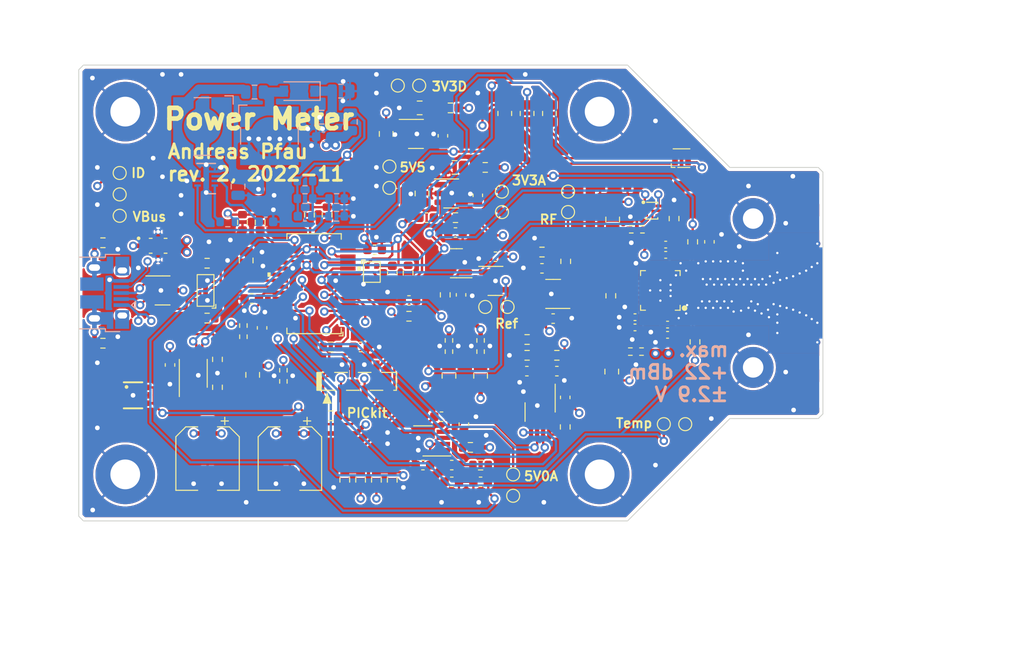
<source format=kicad_pcb>
(kicad_pcb (version 20211014) (generator pcbnew)
  (title_block (title "Powermeter") (date "2022-04-10") (rev "2") (company "apfau.de") (comment 1 "Powermeter"))
  (layers (0 "F.Cu" signal) (1 "In1.Cu" signal) (2 "In2.Cu" signal) (31 "B.Cu" signal) (34 "B.Paste" user) (35 "F.Paste" user) (36 "B.SilkS" user "B.Silkscreen") (37 "F.SilkS" user "F.Silkscreen") (38 "B.Mask" user) (39 "F.Mask" user) (44 "Edge.Cuts" user))
  (net 0 "")
  (net 1 "Net-(C302-Pad1)")
  (net 2 "GND")
  (net 3 "Net-(C303-Pad1)")
  (net 4 "/Converter/Ref3V0")
  (net 5 "/MCU/VDD")
  (net 6 "/MCU/VDDA")
  (net 7 "/MCU/VCAP")
  (net 8 "/Supply/En")
  (net 9 "Net-(C403-Pad1)")
  (net 10 "+5V5")
  (net 11 "+3V3D")
  (net 12 "+5V0USB")
  (net 13 "Net-(C406-Pad1)")
  (net 14 "Net-(C406-Pad2)")
  (net 15 "Net-(C408-Pad1)")
  (net 16 "Net-(C409-Pad1)")
  (net 17 "/MCU/USBDM")
  (net 18 "Net-(C410-Pad1)")
  (net 19 "/MCU/USBDP")
  (net 20 "/MCU/VBUS")
  (net 21 "Net-(C416-Pad1)")
  (net 22 "Net-(C418-Pad1)")
  (net 23 "Net-(C419-Pad1)")
  (net 24 "Net-(C501-Pad1)")
  (net 25 "/MCU/Osc")
  (net 26 "Net-(C501-Pad3)")
  (net 27 "Net-(C502-Pad1)")
  (net 28 "/RF/SensVcc")
  (net 29 "/RF/RF2")
  (net 30 "/RF/RF3")
  (net 31 "/RF/RF5")
  (net 32 "/RF/RF4")
  (net 33 "Net-(C508-Pad1)")
  (net 34 "Net-(C601-Pad1)")
  (net 35 "/Converter/Local3V3A")
  (net 36 "Net-(C603-Pad1)")
  (net 37 "Net-(C606-Pad1)")
  (net 38 "/Converter/Local3V3D")
  (net 39 "Net-(C607-Pad1)")
  (net 40 "Net-(C608-Pad1)")
  (net 41 "Net-(D301-Pad1)")
  (net 42 "/MCU/SDA")
  (net 43 "/MCU/SCL")
  (net 44 "Net-(D301-Pad3)")
  (net 45 "Net-(D301-Pad4)")
  (net 46 "+5V0A")
  (net 47 "+3V3A")
  (net 48 "Net-(FL201-Pad1)")
  (net 49 "/USB/USBDM_UF")
  (net 50 "/USB/USBDP_UF")
  (net 51 "Net-(J201-Pad4)")
  (net 52 "Net-(J201-Pad6)")
  (net 53 "/MCU/PGD")
  (net 54 "/MCU/PGC")
  (net 56 "/RF/RF_IN")
  (net 59 "Net-(R301-Pad2)")
  (net 60 "Net-(R303-Pad2)")
  (net 61 "Net-(R304-Pad2)")
  (net 62 "Net-(R305-Pad1)")
  (net 63 "Net-(R306-Pad1)")
  (net 64 "/MCU/LedR")
  (net 65 "/MCU/LedG")
  (net 66 "/MCU/LedB")
  (net 67 "/MCU/S5V0A")
  (net 68 "/MCU/S5V0USB")
  (net 69 "Net-(R401-Pad2)")
  (net 70 "Net-(R501-Pad1)")
  (net 71 "/RF/RF1")
  (net 72 "Net-(R507-Pad1)")
  (net 73 "/RF/TempSens")
  (net 74 "/MCU/EnRf")
  (net 75 "Net-(R508-Pad1)")
  (net 76 "/RF/RfSens")
  (net 77 "Net-(R603-Pad2)")
  (net 78 "Net-(R604-Pad1)")
  (net 79 "Net-(R607-Pad2)")
  (net 82 "/Converter/Miso")
  (net 83 "/Converter/CS")
  (net 84 "/Converter/Clk")
  (net 87 "Net-(C420-Pad1)")
  (net 88 "Net-(C421-Pad1)")
  (net 89 "Net-(C512-Pad1)")
  (net 90 "Net-(C417-Pad1)")
  (net 91 "Net-(C409-Pad2)")
  (footprint ".powermeter:SOT-563_Smallpads" (layer "F.Cu") (at 171.6 94.65)
    (fp_text reference "U501" hide)
    (fp_text value "TMP112AQDRLRQ1" hide)
  )
  (footprint "Resistor_SMD:R_0603_1608Metric" (layer "F.Cu") (at 137.1 109.3)
    (fp_text reference "R304" hide)
    (fp_text value "R_100_1P_thick_0603_small" hide)
  )
  (footprint "Resistor_SMD:R_0603_1608Metric" (layer "F.Cu") (at 161.4 110.2 180)
    (fp_text reference "R606" hide)
    (fp_text value "R_10_1P_thick_0603_small" hide)
  )
  (footprint "TestPoint:TestPoint_Pad_D1.0mm" (layer "F.Cu") (at 175.2 117.6)
    (fp_text reference "TP502" hide)
    (fp_text value "TestPoint" hide)
  )
  (footprint "Resistor_SMD:R_0603_1608Metric" (layer "F.Cu") (at 123.8 106.2)
    (fp_text reference "R203" hide)
    (fp_text value "DNP" hide)
  )
  (footprint "MountingHole:MountingHole_3.2mm_M3_Pad" (layer "F.Cu") (at 115 123)
    (fp_text reference "X104" hide)
    (fp_text value "MountingHoleConnected" hide)
  )
  (footprint ".powermeter:Molex_SMA_732511150_Handsolder" (layer "F.Cu") (at 190 103.5 180)
    (fp_text reference "J501" hide)
    (fp_text value "SMA-f_Molex732511150" hide)
  )
  (footprint "Resistor_SMD:R_0603_1608Metric" (layer "F.Cu") (at 158.2 110.2 180)
    (fp_text reference "R605" hide)
    (fp_text value "DNP" hide)
  )
  (footprint "Capacitor_SMD:C_0603_1608Metric" (layer "F.Cu") (at 147.4 95.4)
    (fp_text reference "R410" hide)
    (fp_text value "DNP" hide)
  )
  (footprint "TestPoint:TestPoint_Pad_D1.0mm" (layer "F.Cu") (at 146.6 81.2)
    (fp_text reference "TP410" hide)
    (fp_text value "TestPoint" hide)
  )
  (footprint "Capacitor_SMD:C_0603_1608Metric" (layer "F.Cu") (at 159.8 100.85 180)
    (fp_text reference "C603" hide)
    (fp_text value "C_22n_50V_X7R_0603_small" hide)
  )
  (footprint "TestPoint:TestPoint_Pad_D1.0mm" (layer "F.Cu") (at 114.4 92.9 180)
    (fp_text reference "TP404" hide)
    (fp_text value "TestPoint" hide)
  )
  (footprint "Capacitor_SMD:C_0805_2012Metric" (layer "F.Cu") (at 146.65 83.6 180)
    (fp_text reference "C419" hide)
    (fp_text value "C_10µ_25V_X7R_0805" hide)
  )
  (footprint "Resistor_SMD:R_0603_1608Metric" (layer "F.Cu") (at 129.5 95.9 90)
    (fp_text reference "R308" hide)
    (fp_text value "R_100_1P_thick_0603_small" hide)
  )
  (footprint "Capacitor_SMD:C_0805_2012Metric" (layer "F.Cu") (at 153.2 112.4 90)
    (fp_text reference "FB601" hide)
    (fp_text value "FB_200mA_742792093" hide)
  )
  (footprint "Resistor_SMD:R_0603_1608Metric" (layer "F.Cu") (at 112.6 108.9)
    (fp_text reference "R204" hide)
    (fp_text value "R_0_1P_thick_0603_small" hide)
  )
  (footprint "Capacitor_SMD:C_0603_1608Metric" (layer "F.Cu") (at 149.15 86.6 90)
    (fp_text reference "C418" hide)
    (fp_text value "C_10n_50V_X7R_0603_small" hide)
  )
  (footprint ".powermeter:S0971-46R" (layer "F.Cu") (at 165 103 90)
    (fp_text reference "X502" hide)
    (fp_text value "CavityClip_Straight_S0971-46R" hide)
  )
  (footprint "Resistor_SMD:R_0603_1608Metric" (layer "F.Cu") (at 124.9125 110.6375 -90)
    (fp_text reference "R306" hide)
    (fp_text value "R_0_1P_thick_0603_small" hide)
  )
  (footprint "Resistor_SMD:R_0603_1608Metric" (layer "F.Cu") (at 138.6 123.6 -90)
    (fp_text reference "R317" hide)
    (fp_text value "R_1k1_1P_thick_0603_small" hide)
  )
  (footprint "Capacitor_SMD:C_0603_1608Metric" (layer "F.Cu") (at 151.4 117.6 90)
    (fp_text reference "C410" hide)
    (fp_text value "C_100n_25V_Z5U_0603_small" hide)
  )
  (footprint "Capacitor_SMD:C_0603_1608Metric" (layer "F.Cu") (at 154.8 99.6 180)
    (fp_text reference "C605" hide)
    (fp_text value "C_100n_25V_Z5U_0603_small" hide)
  )
  (footprint ".powermeter:S0981-46R" (layer "F.Cu") (at 189 115 90)
    (fp_text reference "X508" hide)
    (fp_text value "CavityClip_Angled_S0981-46R" hide)
  )
  (footprint "Resistor_SMD:R_0805_2012Metric" (layer "F.Cu") (at 160.6 84.2 -90)
    (fp_text reference "R313" hide)
    (fp_text value "R_150_1P_thick_0805_small" hide)
  )
  (footprint ".powermeter:R_0402_RF_ToGND" (layer "F.Cu") (at 180.1 101.1)
    (fp_text reference "R505" hide)
    (fp_text value "49.9" hide)
  )
  (footprint ".powermeter:C_Feedthru_0603" (layer "F.Cu") (at 132 112.4 90)
    (fp_text reference "C302" hide)
    (fp_text value "C_FT_100n_16V_0603" hide)
  )
  (footprint ".powermeter:R_0402_RF_ToGND" (layer "F.Cu") (at 183.92 104 -90)
    (fp_text reference "D501" hide)
    (fp_text value "TPD1E0B04DPYT_TVS_0402" hide)
  )
  (footprint "Capacitor_SMD:C_0603_1608Metric" (layer "F.Cu") (at 149 116.8 180)
    (fp_text reference "C408" hide)
    (fp_text value "C_10n_50V_Z5U_0603_small" hide)
  )
  (footprint "Resistor_SMD:R_0603_1608Metric" (layer "F.Cu") (at 167.2 103.8 90)
    (fp_text reference "R508" hide)
    (fp_text value "R_0_1P_thick_0603_small" hide)
  )
  (footprint "Resistor_SMD:R_0603_1608Metric" (layer "F.Cu") (at 174 95.5 90)
    (fp_text reference "R501" hide)
    (fp_text value "R_0_1P_thick_0603_small" hide)
  )
  (footprint "Resistor_SMD:R_0603_1608Metric" (layer "F.Cu") (at 149.95 83.6)
    (fp_text reference "R412" hide)
    (fp_text value "R_0_1P_thick_0603_small" hide)
  )
  (footprint ".powermeter:WE435151014824" (layer "F.Cu") (at 115.8375 114.5)
    (fp_text reference "SW301" hide)
    (fp_text value "WE435151014824_PushBtn" hide)
  )
  (footprint "Resistor_SMD:R_0603_1608Metric" (layer "F.Cu") (at 152.1 120.1)
    (fp_text reference "R408" hide)
    (fp_text value "R_0_1P_thick_0603_small" hide)
  )
  (footprint "TestPoint:TestPoint_Pad_D1.0mm" (layer "F.Cu") (at 156.1 105)
    (fp_text reference "TP601" hide)
    (fp_text value "TestPoint" hide)
  )
  (footprint "Resistor_SMD:R_0603_1608Metric" (layer "F.Cu") (at 123.8 100.3)
    (fp_text reference "R202" hide)
    (fp_text value "DNP" hide)
  )
  (footprint "Capacitor_SMD:C_0603_1608Metric" (layer "F.Cu") (at 150.1 122)
    (fp_text reference "R403" hide)
    (fp_text value "DNP" hide)
  )
  (footprint "Capacitor_SMD:C_0603_1608Metric" (layer "F.Cu") (at 153.2 123.8 180)
    (fp_text reference "C402" hide)
    (fp_text value "C_100n_25V_Z5U_0603_small" hide)
  )
  (footprint ".powermeter:R_0402_RF_Thru" (layer "F.Cu") (at 179.72 103.5 180)
    (fp_text reference "R504" hide)
    (fp_text value "27.4" hide)
  )
  (footprint "TestPoint:TestPoint_Pad_D1.0mm" (layer "F.Cu") (at 172.9 117.6)
    (fp_text reference "TP501" hide)
    (fp_text value "TestPoint" hide)
  )
  (footprint ".powermeter:HMC602LP4" (layer "F.Cu") (at 172.525 103.225 180)
    (fp_text reference "U502" hide)
    (fp_text value "HMC602LP4E_RF-Sensor" hide)
  )
  (footprint "Resistor_SMD:R_0603_1608Metric" (layer "F.Cu") (at 159.8 99.1 180)
    (fp_text reference "R602" hide)
    (fp_text value "DNP" hide)
  )
  (footprint "Resistor_SMD:R_0603_1608Metric" (layer "F.Cu") (at 145.5 106 180)
    (fp_text reference "R303" hide)
    (fp_text value "R_10_1P_thick_0603_small" hide)
  )
  (footprint "Capacitor_SMD:C_0603_1608Metric" (layer "F.Cu") (at 151.1 103.7 -90)
    (fp_text reference "C602" hide)
    (fp_text value "C_100n_25V_Z5U_0603_small" hide)
  )
  (footprint ".powermeter:C_Feedthru_0603" (layer "F.Cu") (at 169.9 109.8)
    (fp_text reference "C502" hide)
    (fp_text value "C_FT_100n_16V_0603" hide)
  )
  (footprint "Resistor_SMD:R_0603_1608Metric" (layer "F.Cu") (at 136.7 95.1 -90)
    (fp_text reference "R309" hide)
    (fp_text value "R_12k_1P_thick_0603_small" hide)
  )
  (footprint "Capacitor_SMD:C_0603_1608Metric" (layer "F.Cu") (at 141.81 98.85)
    (fp_text reference "C306" hide)
    (fp_text value "C_100n_25V_Z5U_0603_small" hide)
  )
  (footprint "TestPoint:TestPoint_Pad_D1.0mm" (layer "F.Cu") (at 143.4 92.2)
    (fp_text reference "TP401" hide)
    (fp_text value "TestPoint" hide)
  )
  (footprint ".powermeter:S0971-46R" (layer "F.Cu") (at 177 115)
    (fp_text reference "X505" hide)
    (fp_text value "CavityClip_Straight_S0971-46R" hide)
  )
  (footprint "Package_TO_SOT_SMD:SOT-23-5" (layer "F.Cu") (at 146.25 86.4)
    (fp_text reference "U404" hide)
    (fp_text value "LP2985IM5-3.3" hide)
  )
  (footprint "Resistor_SMD:R_0603_1608Metric" (layer "F.Cu") (at 134.8 95.1 -90)
    (fp_text reference "R310" hide)
    (fp_text value "R_12k_1P_thick_0603_small" hide)
  )
  (footprint "Capacitor_SMD:C_0603_1608Metric" (layer "F.Cu") (at 143.71 101.35 -90)
    (fp_text reference "C301" hide)
    (fp_text value "C_100n_25V_Z5U_0603_small" hide)
  )
  (footprint "Package_SO:VSSOP-8_3.0x3.0mm_P0.65mm" (layer "F.Cu") (at 147 119.4 180)
    (fp_text reference "U402" hide)
    (fp_text value "REG113EA-5" hide)
  )
  (footprint "Resistor_SMD:R_0603_1608Metric" (layer "F.Cu") (at 153.2 122 180)
    (fp_text reference "R402" hide)
    (fp_text value "R_0_1P_thick_0603_small" hide)
  )
  (footprint "Resistor_SMD:R_0603_1608Metric" (layer "F.Cu") (at 149.4 103.7 90)
    (fp_text reference "R603" hide)
    (fp_text value "R_2k7_1P_thick_0603_small" hide)
  )
  (footprint "Resistor_SMD:R_0603_1608Metric" (layer "F.Cu") (at 140.3 123.6 90)
    (fp_text reference "R316" hide)
    (fp_text value "R_1k_1P_thick_0603_small" hide)
  )
  (footprint "TestPoint:TestPoint_Pad_D1.0mm" (layer "F.Cu") (at 155.4875 92.6)
    (fp_text reference "TP408" hide)
    (fp_text value "TestPoint" hide)
  )
  (footprint "Capacitor_SMD:C_0603_1608Metric" (layer "F.Cu") (at 128.6 104.1 180)
    (fp_text reference "C309" hide)
    (fp_text value "C_100n_25V_Z5U_0603_small" hide)
  )
  (footprint ".powermeter:R_0402_RF_Thru" (layer "F.Cu") (at 176.25 103 -90)
    (fp_text reference "R506" hide)
    (fp_text value "180" hide)
  )
  (footprint "Capacitor_SMD:C_0805_2012Metric" (layer "F.Cu") (at 150.4 90 180)
    (fp_text reference "C417" hide)
    (fp_text value "C_10µ_25V_X7R_0805" hide)
  )
  (footprint "Resistor_SMD:R_0603_1608Metric" (layer "F.Cu") (at 127.6 95.9 -90)
    (fp_text reference "R307" hide)
    (fp_text value "R_100k_1P_thick_0603_small" hide)
  )
  (footprint "Resistor_SMD:R_0603_1608Metric" (layer "F.Cu") (at 158.2 108.5)
    (fp_text reference "R604" hide)
    (fp_text value "R_0_1P_thick_0603_small" hide)
  )
  (footprint "Capacitor_SMD:C_0603_1608Metric" (layer "F.Cu") (at 177.8 98 90)
    (fp_text reference "C512" hide)
    (fp_text value "C_1n_50V_X7R_0603_small" hide)
  )
  (footprint "Package_SO:SSOP-8_2.95x2.8mm_P0.65mm" (layer "F.Cu") (at 122.3125 112.1375 90)
    (fp_text reference "U302" hide)
    (fp_text value "Memory_24CS512T-E-MS" hide)
  )
  (footprint "Package_TO_SOT_SMD:SOT-23-5" (layer "F.Cu") (at 150.0375 92.8)
    (fp_text reference "U403" hide)
    (fp_text value "LP2985IM5-3.3" hide)
  )
  (footprint "Package_TO_SOT_SMD:SOT-23-5" (layer "F.Cu") (at 154.8 102.2)
    (fp_text reference "U603" hide)
    (fp_text value "OP_MAX4230AUK+T" hide)
  )
  (footprint "Capacitor_SMD:C_0805_2012Metric" (layer "F.Cu") (at 167.3 111.95 90)
    (fp_text reference "FB502" hide)
    (fp_text value "FB_200mA_742792093" hide)
  )
  (footprint "Capacitor_SMD:C_0603_1608Metric" (layer "F.Cu") (at 162.3 114.725 90)
    (fp_text reference "C609" hide)
    (fp_text value "C_100n_25V_Z5U_0603_small" hide)
  )
  (footprint "TestPoint:TestPoint_Pad_D1.0mm" (layer "F.Cu") (at 162.6 94.8 180)
    (fp_text reference "TP503" hide)
    (fp_text value "TestPoint" hide)
  )
  (footprint ".powermeter:S0981-46R" (layer "F.Cu") (at 165 115)
    (fp_text reference "X503" hide)
    (fp_text value "CavityClip_Angled_S0981-46R" hide)
  )
  (footprint ".powermeter:C_Feedthru_0603" (layer "F.Cu") (at 127.7 107.6 -90)
    (fp_text reference "C305" hide)
    (fp_text value "C_FT_100n_16V_0603" hide)
  )
  (footprint "Capacitor_SMD:C_0402_1005Metric" (layer "F.Cu") (at 173.1 98.3)
    (fp_text reference "C506" hide)
    (fp_text value "C_100n_10V_X7R_0402_small" hide)
  )
  (footprint ".powermeter:S0981-46R" (layer "F.Cu") (at 189 92 180)
    (fp_text reference "X506" hide)
    (fp_text value "CavityClip_Angled_S0981-46R" hide)
  )
  (footprint ".powermeter:Osc_IQD_2.0x1.6mm" (layer "F.Cu") (at 141.51 101.25 -90)
    (fp_text reference "U301" hide)
    (fp_text value "Osc_8M_830208214709" hide)
  )
  (footprint ".powermeter:EAST1616RGBB6" (layer "F.Cu") (at 174.8 89)
    (fp_text reference "D301" hide)
    (fp_text value "LED_RGB_EAST1616RGBB6" hide)
  )
  (footprint "Capacitor_SMD:CP_Elec_6.3x5.8" (layer "F.Cu") (at 123.85 121.3 -90)
    (fp_text reference "C405" hide)
    (fp_text value "C_Al_330µ_16V_UUD1C330MCL1GS" hide)
  )
  (footprint "MountingHole:MountingHole_2.2mm_M2_Pad" (layer "F.Cu") (at 182.5 111.5)
    (fp_text reference "X106" hide)
    (fp_text value "MountingHoleConnected" hide)
  )
  (footprint ".powermeter:R_0402_RF_Thru" (layer "F.Cu") (at 178.1 101.1 180)
    (fp_text reference "C504" hide)
    (fp_text value "C_330p_50V_NP0_0402_small" hide)
  )
  (footprint "Resistor_SMD:R_0603_1608Metric" (layer "F.Cu") (at 124.9125 113.6375 90)
    (fp_text reference "R305" hide)
    (fp_text value "R_0_1P_thick_0603_small" hide)
  )
  (footprint "TestPoint:TestPoint_Pad_D1.0mm" (layer "F.Cu") (at 144.3 81.2)
    (fp_text reference "TP409" hide)
    (fp_text value "TestPoint" hide)
  )
  (footprint "Resistor_SMD:R_0603_1608Metric" (layer "F.Cu") (at 176.25 108.75 -90)
    (fp_text reference "R507" hide)
    (fp_text value "R_1k_1P_thick_0603_small" hide)
  )
  (footprint "TestPoint:TestPoint_Pad_D1.0mm" (layer "F.Cu") (at 156.7 123 180)
    (fp_text reference "TP406" hide)
    (fp_text value "TestPoint" hide)
  )
  (footprint "Capacitor_SMD:C_0603_1608Metric" (layer "F.Cu") (at 150.1 123.8)
    (fp_text reference "C420" hide)
    (fp_text value "C_1n_50V_X7R_0603_small" hide)
  )
  (footprint "Resistor_SMD:R_0603_1608Metric" (layer "F.Cu") (at 112.6 98.1)
    (fp_text reference "R201" hide)
    (fp_text value "R_0_1P_thick_0603_small" hide)
  )
  (footprint ".powermeter:PIC24FJ32GU202-I-SS" (layer "F.Cu") (at 135.3 102.5 180)
    (fp_text reference "U303" hide)
    (fp_text value "PIC24FJ32GU202-I-SS" hide)
  )
  (footprint "Resistor_SMD:R_0603_1608Metric" (layer "F.Cu") (at 153.7 90)
    (fp_text reference "R411" hide)
    (fp_text value "R_0_1P_thick_0603_small" hide)
  )
  (footprint "Package_TO_SOT_SMD:SOT-23-6" (layer "F.Cu") (at 119.0095 103.225)
    (fp_text reference "U201" hide)
    (fp_text value "USBLC6-4" hide)
  )
  (footprint "TestPoint:TestPoint_Pad_D1.0mm" (layer "F.Cu") (at 155.5 94.8)
    (fp_text reference "TP407" hide)
    (fp_text value "TestPoint" hide)
  )
  (footprint "MountingHole:MountingHole_3.2mm_M3_Pad" (layer "F.Cu") (at 166 123)
    (fp_text reference "X103" hide)
    (fp_text value "MountingHoleConnected" hide)
  )
  (footprint "Capacitor_SMD:C_0805_2012Metric" (layer "F.Cu") (at 149.8 112.4 90)
    (fp_text reference "FB602" hide)
    (fp_text value "FB_200mA_742792093" hide)
  )
  (footprint "Capacitor_SMD:C_0603_1608Metric" (layer "F.Cu") (at 119.8125 111.2375 -90)
    (fp_text reference "C308" hide)
    (fp_text value "C_100n_25V_Z5U_0603_small" hide)
  )
  (footprint ".powermeter:C_Feedthru_0603" (layer "F.Cu") (at 170 96.65)
    (fp_text reference "C501" hide)
    (fp_text value "C_FT_100n_16V_0603" hide)
  )
  (footprint "MountingHole:MountingHole_2.2mm_M2_Pad" (layer "F.Cu") (at 182.5 95.5)
    (fp_text reference "X105" hide)
    (fp_text value "MountingHoleConnected" hide)
  )
  (footprint "Resistor_SMD:R_0603_1608Metric" (layer "F.Cu") (at 162.3 117.9 -90)
    (fp_text reference "R607" hide)
    (fp_text value "R_10_1P_thick_0603_small" hide)
  )
  (footprint "Capacitor_SMD:C_0805_2012Metric" (layer "F.Cu") (at 128.7 112.3 -90)
    (fp_text reference "FB301" hide)
    (fp_text value "FB_200mA_742792093" hide)
  )
  (footprint ".powermeter:Conn_PICkit_1.27mm" (layer "F.Cu") (at 140.1 113 90)
    (fp_text reference "J301" hide)
    (fp_text value "Conn_PICkit_1.27mm" hide)
  )
  (footprint "Resistor_SMD:R_0603_1608Metric" (layer "F.Cu") (at 162.35 100.1 -90)
    (fp_text reference "R601" hide)
    (fp_text value "R_68_1P_thick_0603_small" hide)
  )
  (footprint "Resistor_SMD:R_0603_1608Metric" (layer "F.Cu") (at 176 98 -90)
    (fp_text reference "R509" hide)
    (fp_text value "R_1k_1P_thick_0603_small" hide)
  )
  (footprint "Resistor_SMD:R_0603_1608Metric" (layer "F.Cu") (at 145.41 101.35 -90)
    (fp_text reference "R301" hide)
    (fp_text value "R_0_1P_thick_0603_small" hide)
  )
  (footprint "Package_TO_SOT_SMD:SOT-23-5" (layer "F.Cu") (at 161 103.6 180)
    (fp_text reference "U602" hide)
    (fp_text value "OP_MAX4230AUK+T" hide)
  )
  (footprint "Resistor_SMD:R_0805_2012Metric" (layer "F.Cu") (at 158.2 84.2 -90)
    (fp_text reference "R312" hide)
    (fp_text value "R_270_1P_thick_0805_small" hide)
  )
  (footprint "Capacitor_SMD:C_0603_1608Metric" (layer "F.Cu") (at 158.175 111.9 180)
    (fp_text reference "C607" hide)
    (fp_text value "DNP" hide)
  )
  (footprint ".powermeter:R_0402_RF_Thru" (layer "F.Cu") (at 177.72 103.5 180)
    (fp_text reference "C503" hide)
    (fp_text value "C_330p_50V_NP0_0402_small" hide)
  )
  (footprint "Capacitor_SMD:C_0603_1608Metric" (layer "F.Cu") (at 129.71 107.25 90)
    (fp_text reference "C307" hide)
    (fp_text value "C_100n_25V_Z5U_0603_small" hide)
  )
  (footprint "Capacitor_SMD:C_0402_1005Metric" (layer "F.Cu") (at 173.3 108 180)
    (fp_text reference "C505" hide)
    (fp_text value "C_100n_10V_X7R_0402_small" hide)
  )
  (footprint "Capacitor_SMD:C_0805_2012Metric" (layer "F.Cu") (at 128 100 90)
    (fp_text reference "C310" hide)
    (fp_text value "C_10µ_25V_X7R_0805" hide)
  )
  (footprint "Capacitor_SMD:C_0805_2012Metric" (layer "F.Cu") (at 146.9 92.8 -90)
    (fp_text reference "C414" hide)
    (fp_text value "C_1µ_25V_X7R_0805" hide)
  )
  (footprint ".powermeter:R_0402_RF_ToGND" (layer "F.Cu") (at 168.8 101.6 90)
    (fp_text reference "C508" hide)
    (fp_text value "C_220p_50V_NP0_0402_small" hide)
  )
  (footprint "TestPoint:TestPoint_Pad_D1.0mm" (layer "F.Cu") (at 153.7 105)
    (fp_text reference "TP602" hide)
    (fp_text value "TestPoint" hide)
  )
  (footprint "Package_SO:VSSOP-8_3.0x3.0mm_P0.65mm" (layer "F.Cu") (at 159.6 116.3 -90)
    (fp_text reference "U604" hide)
    (fp_text value "ADS7822E-250" hide)
  )
  (footprint "Capacitor_SMD:C_0603_1608Metric" (layer "F.Cu") (at 161.4 111.9)
    (fp_text reference "C608" hide)
    (fp_text value "C_100n_25V_Z5U_0603_small" hide)
  )
  (footprint "Capacitor_SMD:C_0402_1005Metric" (layer "F.Cu") (at 173.1 99.4)
    (fp_text reference "C509" hide)
    (fp_text value "C_100p_50V_NP0_0402_small" hide)
  )
  (footprint "Capacitor_SMD:C_0805_2012Metric" (layer "F.Cu") (at 167.4 95.6 -90)
    (fp_text reference "FB501" hide)
    (fp_text value "FB_200mA_742792093" hide)
  )
  (footprint "Resistor_SMD:R_0805_2012Metric" (layer "F.Cu") (at 155.8 84.2 -90)
    (fp_text reference "R311" hide)
    (fp_text value "R_330_1P_thick_0805_small" hide)
  )
  (footprint ".powermeter:S0971-46R" (layer "F.Cu") (at 177 92 180)
    (fp_text reference "X504" hide)
    (fp_text value "CavityClip_Straight_S0971-46R" hide)
  )
  (footprint "Resistor_SMD:R_0603_1608Metric" (layer "F.Cu") (at 143.7 123.6 -90)
    (fp_text reference "R315" hide)
    (fp_text value "R_1k1_1P_thick_0603_small" hide)
  )
  (footprint ".powermeter:R_0402_RF_ToGND" (layer "F.Cu") (at 181.12 104 90)
    (fp_text reference "R503" hide)
    (fp_text value "68" hide)
  )
  (footprint "Capacitor_SMD:C_0603_1608Metric" (layer "F.Cu") (at 147 122 180)
    (fp_text reference "C404" hide)
    (fp_text value "C_100n_25V_Z5U_0603_small" hide)
  )
  (footprint "Capacitor_SMD:C_0603_1608Metric" (layer "F.Cu") (at 152.9 93 90)
    (fp_text reference "C416" hide)
    (fp_text value "C_10n_50V_X7R_0603_small" hide)
  )
  (footprint "Capacitor_SMD:C_0603_1608Metric" (layer "F.Cu") (at 161 106.25)
    (fp_text reference "C604" hide)
    (fp_text value "C_100n_25V_Z5U_0603_small" hide)
  )
  (footprint "Capacitor_SMD:CP_Elec_6.3x5.8" (layer "F.Cu") (at 132.7 121.3 -90)
    (fp_text reference "C407" hide)
    (fp_text value "C_Al_330µ_16V_UUD1C330MCL1GS" hide)
  )
  (footprint "Resistor_SMD:R_0603_1608Metric" (layer "F.Cu") (at 150.5 95.4 180)
    (fp_text reference "R409" hide)
    (fp_text value "R_0_1P_thick_0603_small" hide)
  )
  (footprint "Capacitor_SMD:C_0805_2012Metric" (layer "F.Cu") (at 143.05 86.4 -90)
    (fp_text reference "C415" hide)
    (fp_text value "C_1µ_25V_X7R_0805" hide)
  )
  (footprint "TestPoint:TestPoint_Pad_D1.0mm" (layer "F.Cu") (at 114.4 90.6)
    (fp_text reference "TP201" hide)
    (fp_text value "TestPoint" hide)
  )
  (footprint ".powermeter:R_0402_RF_Thru" (layer "F.Cu") (at 182.52 103.5 180)
    (fp_text reference "R502" hide)
    (fp_text value "15" hide)
  )
  (footprint "Package_TO_SOT_SMD:SOT-23" (layer "F.Cu") (at 150.6 100.3 180)
    (fp_text reference "U601" hide)
    (fp_text value "LM4040BIM3-3.0" hide)
  )
  (footprint "Capacitor_SMD:C_0402_1005Metric" (layer "F.Cu") (at 169.8 107.2 180)
    (fp_text reference "C507" hide)
    (fp_text value "C_100n_10V_X7R_0402_small" hide)
  )
  (footprint ".powermeter:C_Feedthru_0603" (layer "F.Cu") (at 153.2 109.2 90)
    (fp_text reference "C601" hide)
    (fp_text value "C_FT_100n_16V_0603" hide)
  )
  (footprint "Resistor_SMD:R_0603_1608Metric" (layer "F.Cu") (at 142 123.6 90)
    (fp_text reference "R314" hide)
    (fp_text value "R_1k_1P_thick_0603_small" hide)
  )
  (footprint "Capacitor_SMD:C_0402_1005Metric" (layer "F.Cu") (at 169.8 106.1 180)
    (fp_text reference "C510" hide)
    (fp_text value "C_100p_50V_NP0_0402_small" hide)
  )
  (footprint "Capacitor_SMD:C_0603_1608Metric" (layer "F.Cu") (at 150.5 97)
    (fp_text reference "C421" hide)
    (fp_text value "C_1n_50V_X7R_0603_small" hide)
  )
  (footprint "TestPoint:TestPoint_Pad_D1.0mm" (layer "F.Cu") (at 114.4 95.2 180)
    (fp_text reference "TP403" hide)
    (fp_text value "TestPoint" hide)
  )
  (footprint ".powermeter:EZA-DLU" (layer "F.Cu") (at 123.635 103.225 90)
    (fp_text reference "U202" hide)
    (fp_text value "EZA-DLU02AAJ" hide)
  )
  (footprint "MountingHole:MountingHole_3.2mm_M3_Pad" (layer "F.Cu") (at 166 84)
    (fp_text reference "X101" hide)
    (fp_text value "MountingHoleConnected" hide)
  )
  (footprint "Capacitor_SMD:C_0402_1005Metric" (layer "F.Cu") (at 173.3 106.9 180)
    (fp_text reference "C511" hide)
    (fp_text value "C_100p_50V_NP0_0402_small" hide)
  )
  (footprint "TestPoint:TestPoint_Pad_D1.0mm" (layer "F.Cu") (at 162.6 92.6 180)
    (fp_text reference "TP504" hide)
    (fp_text value "TestPoint" hide)
  )
  (footprint ".powermeter:NFE31PT221D1E9L" (layer "F.Cu") (at 118.535 98.425)
    (fp_text reference "FL201" hide)
    (fp_text value "NFE31PT221D1E9L_Filter" hide)
  )
  (footprint "MountingHole:MountingHole_3.2mm_M3_Pad" (layer "F.Cu") (at 115 84)
    (fp_text reference "X102" hide)
    (fp_text value "MountingHoleConnected" hide)
  )
  (footprint ".powermeter:C_Feedthru_0603" (layer "F.Cu") (at 149.8 109.2 90)
    (fp_text reference "C606" hide)
    (fp_text value "C_FT_100n_16V_0603" hide)
  )
  (footprint "TestPoint:TestPoint_Pad_D1.0mm" (layer "F.Cu") (at 156.7 125.3)
    (fp_text reference "TP402" hide)
    (fp_text value "TestPoint" hide)
  )
  (footprint ".powermeter:S0981-46R" (layer "F.Cu") (at 165 92 -90)
    (fp_text reference "X501" hide)
    (fp_text value "CavityClip_Angled_S0981-46R" hide)
  )
  (footprint "Capacitor_SMD:C_0603_1608Metric" (layer "F.Cu") (at 145.5 104.3 180)
    (fp_text reference "C304" hide)
    (fp_text value "C_100n_25V_Z5U_0603_small" hide)
  )
  (footprint "Capacitor_SMD:C_0603_1608Metric" (layer "F.Cu") (at 140.3 109.3)
    (fp_text reference "C303" hide)
    (fp_text value "C_10n_50V_X7R_0603_small" hide)
  )
  (footprint "TestPoint:TestPoint_Pad_D1.0mm" (layer "F.Cu") (at 143.4 89.9 180)
    (fp_text reference "TP405" hide)
    (fp_text value "TestPoint" hide)
  )
  (footprint "Resistor_SMD:R_0603_1608Metric" (layer "F.Cu") (at 137.1 116.7 180)
    (fp_text reference "R302" hide)
    (fp_text value "R_10k_1P_thick_0603_small" hide)
  )
  (footprint "Resistor_SMD:R_0603_1608Metric" (layer "B.Cu") (at 134.325 93.35)
    (fp_text reference "R404" hide)
    (fp_text value "R_68k_1P_thick_0603_small" hide)
  )
  (footprint ".powermeter:L_Wuerth_WE-TPC-6.3mm" (layer "B.Cu") (at 130.5 86.6 180)
    (fp_text reference "L402" hide)
    (fp_text value "WE744053100_PowerInd" hide)
  )
  (footprint "Capacitor_SMD:C_0603_1608Metric" (layer "B.Cu") (at 130.125 95.85)
    (fp_text reference "C403" hide)
    (fp_text value "C_47n_50V_Z5U_0603_small" hide)
  )
  (footprint "Resistor_SMD:R_0603_1608Metric" (layer "B.Cu") (at 126.025 95.85 180)
    (fp_text reference "R401" hide)
    (fp_text value "R_0_1P_thick_0603_small" hide)
  )
  (footprint "Capacitor_SMD:C_0805_2012Metric" (layer "B.Cu") (at 128.9 81.9)
    (fp_text reference "C406" hide)
    (fp_text value "C_1µ_25V_X7R_0805" hide)
  )
  (footprint "Resistor_SMD:R_0603_1608Metric" (layer "B.Cu") (at 134.325 91.45)
    (fp_text reference "R406" hide)
    (fp_text value "R_110k_1P_thick_0603_small" hide)
  )
  (footprint "Package_DFN_QFN:DFN-8-1EP_2x3mm_P0.5mm_EP0.61x2.2mm" (layer "B.Cu") (at 123.7 91.2)
    (fp_text reference "U401" hide)
    (fp_text value "LT3467A" hide)
  )
  (footprint "Diode_SMD:D_SOD-123" (layer "B.Cu") (at 133.7 81.8 180)
    (fp_text reference "D401" hide)
    (fp_text value "MBR0520L" hide)
  )
  (footprint "Capacitor_SMD:C_0603_1608Metric" (layer "B.Cu") (at 134.325 95.25)
    (fp_text reference "C409" hide)
    (fp_text value "C_3p3_50V_NP0_0603_small" hide)
  )
  (footprint "Resistor_SMD:R_0603_1608Metric" (layer "B.Cu") (at 137.725 93.35)
    (fp_text reference "R407" hide)
    (fp_text value "DNP" hide)
  )
  (footprint "Capacitor_SMD:C_0805_2012Metric" (layer "B.Cu") (at 136.1 84.6 180)
    (fp_text reference "C412" hide)
    (fp_text value "C_10µ_25V_X7R_0805" hide)
  )
  (footprint "Capacitor_SMD:C_0805_2012Metric" (layer "B.Cu") (at 139.2 85.1 -90)
    (fp_text reference "FB401" hide)
    (fp_text value "FB_200mA_742792093" hide)
  )
  (footprint "Capacitor_SMD:C_0805_2012Metric" (layer "B.Cu") (at 127.125 92.05 -90)
    (fp_text reference "C401" hide)
    (fp_text value "C_10µ_25V_X7R_0805" hide)
  )
  (footprint "Capacitor_SMD:C_0805_2012Metric" (layer "B.Cu") (at 138.2 81.8)
    (fp_text reference "C411" hide)
    (fp_text value "C_10µ_25V_X7R_0805" hide)
  )
  (footprint "Resistor_SMD:R_0603_1608Metric" (layer "B.Cu") (at 137.725 95.25)
    (fp_text reference "R405" hide)
    (fp_text value "R_12k_1P_thick_0603_small" hide)
  )
  (footprint ".powermeter:USB_Micro-B_Amphenol_10103594-0001LF_Horizontal" (layer "B.Cu") (at 112.8 103.475 90)
    (fp_text reference "J201" hide)
    (fp_text value "USB_B_Micro_Amphenol_10103594" hide)
  )
  (footprint "Capacitor_SMD:C_0603_1608Metric" (layer "B.Cu") (at 136.3 86.7 180)
    (fp_text reference "C413" hide)
    (fp_text value "C_100n_25V_Z5U_0603_small" hide)
  )
  (footprint ".powermeter:L_Wuerth_WE-TPC-6.3mm" (layer "B.Cu") (at 123.3 85.6 90)
    (fp_text reference "L401" hide)
    (fp_text value "WE744053100_PowerInd" hide)
  )
  (gr_poly locked (pts (xy 110.5 79) (xy 169 79) (xy 180 90) (xy 189.5 90) (xy 190 90.5) (xy 190 116.5) (xy 189.5 117) (xy 180 117) (xy 169 128) (xy 110.5 128) (xy 110 127.5) (xy 110 79.5)) (layer "Edge.Cuts") (width 0.1) (fill none))
  (gr_text "max.\n+22 dBm\n±2.9 V" (at 180 112) (layer "B.SilkS") (effects (font (size 1.5 1.5) (thickness 0.3)) (justify left mirror)))
  (gr_text "ID" (at 116.4 90.6) (layer "F.SilkS") (effects (font (size 1 1) (thickness 0.2))))
  (gr_text "Andreas Pfau\nrev. 2, 2022-11" (at 119.4 89.5) (layer "F.SilkS") (effects (font (size 1.5 1.5) (thickness 0.3)) (justify left)))
  (gr_text "Temp" (at 169.7 117.5) (layer "F.SilkS") (effects (font (size 1 1) (thickness 0.2))))
  (gr_text "5V5" (at 145.9 90) (layer "F.SilkS") (effects (font (size 1 1) (thickness 0.2))))
  (gr_text "5V0A" (at 159.7 123.2) (layer "F.SilkS") (effects (font (size 1 1) (thickness 0.2))))
  (gr_text "3V3A" (at 158.4 91.4) (layer "F.SilkS") (effects (font (size 1 1) (thickness 0.2))))
  (gr_text "Ref" (at 156 106.8) (layer "F.SilkS") (effects (font (size 1 1) (thickness 0.2))))
  (gr_text "RF" (at 160.5 95.6) (layer "F.SilkS") (effects (font (size 1 1) (thickness 0.2))))
  (gr_text "3V3D" (at 149.85 81.3) (layer "F.SilkS") (effects (font (size 1 1) (thickness 0.2))))
  (gr_text "Power Meter" (at 118.9 84.8) (layer "F.SilkS") (effects (font (size 2.2 2.2) (thickness 0.5)) (justify left)))
  (gr_text "VBus" (at 117.6 95.3) (layer "F.SilkS") (effects (font (size 1 1) (thickness 0.2))))
  (gr_text "PICkit" (at 141 116.4) (layer "F.SilkS") (effects (font (size 1 1) (thickness 0.2))))
  (segment (start 129.15 113.7) (end 128.7 113.25) (width 0.25) (layer "F.Cu") (net 1))
  (segment (start 132 113.2) (end 131.5 113.7) (width 0.25) (layer "F.Cu") (net 1))
  (segment (start 131.5 113.7) (end 129.15 113.7) (width 0.25) (layer "F.Cu") (net 1))
  (segment (start 144.725 104.3) (end 144.1 104.3) (width 0.25) (layer "F.Cu") (net 2))
  (segment (start 150.1 92.75) (end 150.1 90.65) (width 0.25) (layer "F.Cu") (net 2))
  (segment (start 170 94.83) (end 170 95.4) (width 0.21) (layer "F.Cu") (net 2))
  (segment (start 130.534999 106.074999) (end 130.01 105.55) (width 0.25) (layer "F.Cu") (net 2))
  (segment (start 145.1125 86.4) (end 146.35 86.4) (width 0.25) (layer "F.Cu") (net 2))
  (segment (start 139.465 111.65) (end 138.75 111.65) (width 0.25) (layer "F.Cu") (net 2))
  (segment (start 132 112.4) (end 131 112.4) (width 0.25) (layer "F.Cu") (net 2))
  (segment (start 146.6 93.75) (end 145.7 92.85) (width 0.25) (layer "F.Cu") (net 2))
  (segment (start 129.7 99.1) (end 129.7 100.5) (width 0.25) (layer "F.Cu") (net 2))
  (segment (start 144.875 124.425) (end 144.9 124.4) (width 0.25) (layer "F.Cu") (net 2))
  (segment (start 153.2 99.6) (end 153 99.8) (width 0.25) (layer "F.Cu") (net 2))
  (segment (start 170.18 94.65) (end 170 94.83) (width 0.21) (layer "F.Cu") (net 2))
  (segment (start 123.948753 102.2725) (end 123.834501 102.158248) (width 0.25) (layer "F.Cu") (net 2))
  (segment (start 138.9322 102.175002) (end 140.734998 102.175002) (width 0.25) (layer "F.Cu") (net 2))
  (segment (start 114.1125 114.5) (end 115.8375 114.5) (width 0.25) (layer "F.Cu") (net 2))
  (segment (start 123.2875 113.8375) (end 123.2875 112.7875) (width 0.25) (layer "F.Cu") (net 2))
  (segment (start 157.85 100.85) (end 157.8 100.8) (width 0.25) (layer "F.Cu") (net 2))
  (segment (start 149.8 109.2) (end 148.8 109.2) (width 0.25) (layer "F.Cu") (net 2))
  (segment (start 152.675 116.825) (end 152.7 116.8) (width 0.25) (layer "F.Cu") (net 2))
  (segment (start 154.025 99.6) (end 153.2 99.6) (width 0.25) (layer "F.Cu") (net 2))
  (segment (start 122.85 112.35) (end 122.5125 112.0125) (width 0.25) (layer "F.Cu") (net 2))
  (segment (start 132.7 124) (end 134.2 124) (width 0.5) (layer "F.Cu") (net 2))
  (segment (start 151.6 123.8) (end 150.875 123.8) (width 0.25) (layer "F.Cu") (net 2))
  (segment (start 173.775 101.255) (end 173.775 99.595) (width 0.25) (layer "F.Cu") (net 2))
  (segment (start 148.225 116.8) (end 146.6 118.425) (width 0.25) (layer "F.Cu") (net 2))
  (segment (start 149.15 85.825) (end 148.725 85.825) (width 0.25) (layer "F.Cu") (net 2))
  (segment (start 172.82 106.9) (end 172.82 108) (width 0.25) (layer "F.Cu") (net 2))
  (segment (start 169.1 101.1) (end 169.9 100.3) (width 0.25) (layer "F.Cu") (net 2))
  (segment (start 172.275 107.275) (end 171.925 107.275) (width 0.25) (layer "F.Cu") (net 2))
  (segment (start 161.753249 103.6) (end 162.1375 103.6) (width 0.25) (layer "F.Cu") (net 2))
  (segment (start 170 95.4) (end 169.4 95.4) (width 0.25) (layer "F.Cu") (net 2))
  (segment (start 170 97.5) (end 169.4 98.1) (width 0.25) (layer "F.Cu") (net 2))
  (segment (start 131.6678 106.074999) (end 130.110001 106.074999) (width 0.25) (layer "F.Cu") (net 2))
  (segment (start 140.734998 102.175002) (end 141.01 101.9) (width 0.25) (layer "F.Cu") (net 2))
  (segment (start 161.775 106.25) (end 162.95 106.25) (width 0.25) (layer "F.Cu") (net 2))
  (segment (start 170.555 104.475) (end 169.225 104.475) (width 0.25) (layer "F.Cu") (net 2))
  (segment (start 119.8125 112.0125) (end 119.8125 113.2875) (width 0.25) (layer "F.Cu") (net 2))
  (segment (start 114.2625 115.35) (end 114.9875 115.35) (width 0.25) (layer "F.Cu") (net 2))
  (segment (start 153.2 109.2) (end 152.2 109.2) (width 0.25) (layer "F.Cu") (net 2))
  (segment (start 119.8125 113.2875) (end 119.8 113.3) (width 0.25) (layer "F.Cu") (net 2))
  (segment (start 169.9 108.9) (end 169.5 108.5) (width 0.25) (layer "F.Cu") (net 2))
  (segment (start 132 112.4) (end 133 112.4) (width 0.25) (layer "F.Cu") (net 2))
  (segment (start 172.275 105.195) (end 172.275 107.275) (width 0.25) (layer "F.Cu") (net 2))
  (segment (start 144.8 119.725) (end 143.225 119.725) (width 0.25) (layer "F.Cu") (net 2))
  (segment (start 146.35 84.25) (end 145.7 83.6) (width 0.25) (layer "F.Cu") (net 2))
  (segment (start 127.375 96.725) (end 126.3 97.8) (width 0.25) (layer "F.Cu") (net 2))
  (segment (start 139.465 111.65) (end 140.25 111.65) (width 0.25) (layer "F.Cu") (net 2))
  (segment (start 162.3 113.95) (end 162.3 113) (width 0.25) (layer "F.Cu") (net 2))
  (segment (start 162.1375 103.6) (end 160.8 103.6) (width 0.25) (layer "F.Cu") (net 2))
  (segment (start 146.225 121.8) (end 144.8 120.375) (width 0.25) (layer "F.Cu") (net 2))
  (segment (start 132.985001 100.874999) (end 133.01 100.85) (width 0.25) (layer "F.Cu") (net 2))
  (segment (start 131.6678 106.074999) (end 133.174999 106.074999) (width 0.25) (layer "F.Cu") (net 2))
  (segment (start 123.85 124) (end 125.35 124) (width 0.5) (layer "F.Cu") (net 2))
  (segment (start 145.7 83.6) (end 144.45 83.6) (width 0.25) (layer "F.Cu") (net 2))
  (segment (start 169.32 106.1) (end 168.1 106.1) (width 0.25) (layer "F.Cu") (net 2))
  (segment (start 130.074999 100.874999) (end 129.8 100.6) (width 0.25) (layer "F.Cu") (net 2))
  (segment (start 143.71 102.125) (end 143.310489 102.524511) (width 0.25) (layer "F.Cu") (net 2))
  (segment (start 123.635 104.925) (end 123.635 104.491253) (width 0.25) (layer "F.Cu") (net 2))
  (segment (start 140.235002 102.175002) (end 140.61 102.55) (width 0.25) (layer "F.Cu") (net 2))
  (segment (start 169.9 109.4) (end 169.9 108.9) (width 0.25) (layer "F.Cu") (net 2))
  (segment (start 114.2625 113.65) (end 114.9875 113.65) (width 0.25) (layer "F.Cu") (net 2))
  (segment (start 144.8 118.425) (end 143.275 118.425) (width 0.25) (layer "F.Cu") (net 2))
  (segment (start 173.775 99.595) (end 173.58 99.4) (width 0.25) (layer "F.Cu") (net 2))
  (segment (start 123.2875 112.7875) (end 122.85 112.35) (width 0.25) (layer "F.Cu") (net 2))
  (segment (start 151.5375 99.35) (end 153.775 99.35) (width 0.25) (layer "F.Cu") (net 2))
  (segment (start 172.8 108) (end 172 108.8) (width 0.25) (layer "F.Cu") (net 2))
  (segment (start 170 97.05) (end 170 97.5) (width 0.25) (layer "F.Cu") (net 2))
  (segment (start 158.975 99.1) (end 158.975 97.625) (width 0.25) (layer "F.Cu") (net 2))
  (segment (start 146.6 118.425) (end 144.8 118.425) (width 0.25) (layer "F.Cu") (net 2))
  (segment (start 143.310489 102.524511) (end 141.435489 102.524511) (width 0.25) (layer "F.Cu") (net 2))
  (segment (start 169.32 106.1) (end 169.32 107.2) (width 0.25) (layer "F.Cu") (net 2))
  (segment (start 171.925 107.275) (end 171.5 107.7) (width 0.25) (layer "F.Cu") (net 2))
  (segment (start 169.4 95.4) (end 169.3 95.3) (width 0.25) (layer "F.Cu") (net 2))
  (segment (start 123.635 101.525) (end 123.635 101.958747) (width 0.25) (layer "F.Cu") (net 2))
  (segment (start 124.51 102.2725) (end 123.948753 102.2725) (width 0.25) (layer "F.Cu") (net 2))
  (segment (start 159.275 114.1) (end 159.275 115.575) (width 0.25) (layer "F.Cu") (net 2))
  (segment (start 131.6678 100.874999) (end 132.985001 100.874999) (width 0.25) (layer "F.Cu") (net 2))
  (segment (start 138.75 111.65) (end 138.3 111.2) (width 0.25) (layer "F.Cu") (net 2))
  (segment (start 151.5375 100.1625) (end 151.5 100.2) (width 0.25) (layer "F.Cu") (net 2))
  (segment (start 152.725 92.225) (end 152.1 92.85) (width 0.25) (layer "F.Cu") (net 2))
  (segment (start 150.1 90.65) (end 149.45 90) (width 0.25) (layer "F.Cu") (net 2))
  (segment (start 127.6 96.725) (end 127.375 96.725) (width 0.25) (layer "F.Cu") (net 2))
  (segment (start 158.975 97.625) (end 159 97.6) (width 0.25) (layer "F.Cu") (net 2))
  (segment (start 181.12 104.5) (end 181.12 105.32) (width 0.25) (layer "F.Cu") (net 2))
  (segment (start 124.9125 111.4625) (end 124.9125 112.8125) (width 0.25) (layer "F.Cu") (net 2))
  (segment (start 159.025 100.85) (end 157.85 100.85) (width 0.25) (layer "F.Cu") (net 2))
  (segment (start 143.225 119.725) (end 143.2 119.7) (width 0.25) (layer "F.Cu") (net 2))
  (segment (start 132.7 124) (end 131.2 124) (width 0.5) (layer "F.Cu") (net 2))
  (segment (start 122.5125 112.0125) (end 119.8125 112.0125) (width 0.25) (layer "F.Cu") (net 2))
  (segment (start 113.5 98.1) (end 114.2 98.8) (width 0.5) (layer "F.Cu") (net 2))
  (segment (start 117.872 103.225) (end 118.835 103.225) (width 0.25) (layer "F.Cu") (net 2))
  (segment (start 144.8 120.375) (end 146.475 120.375) (width 0.25) (layer "F.Cu") (net 2))
  (segment (start 162.175 112.875) (end 162.2 112.9) (width 0.25) (layer "F.Cu") (net 2))
  (segment (start 149.8 109.2) (end 150.8 109.2) (width 0.25) (layer "F.Cu") (net 2))
  (segment (start 151.4 116.825) (end 152.675 116.825) (width 0.25) (layer "F.Cu") (net 2))
  (segment (start 144.1 104.3) (end 143.2 103.4) (width 0.25) (layer "F.Cu") (net 2))
  (segment (start 146.475 120.375) (end 146.5 120.4) (width 0.25) (layer "F.Cu") (net 2))
  (segment (start 148.9 92.8) (end 150.05 92.8) (width 0.25) (layer "F.Cu") (net 2))
  (segment (start 141.075 109.3) (end 142.3 109.3) (width 0.25) (layer "F.Cu") (net 2))
  (segment (start 114.9875 115.35) (end 115.8375 114.5) (width 0.25) (layer "F.Cu") (net 2))
  (segment (start 159.275 115.575) (end 159.3 115.6) (width 0.25) (layer "F.Cu") (net 2))
  (segment (start 113.425 98.1) (end 113.5 98.1) (width 0.5) (layer "F.Cu") (net 2))
  (segment (start 161.15 104.203249) (end 161.753249 103.6) (width 0.25) (layer "F.Cu") (net 2))
  (segment (start 142.585 98.085) (end 142 97.5) (width 0.25) (layer "F.Cu") (net 2))
  (segment (start 138.6 124.425) (end 137.425 124.425) (width 0.25) (layer "F.Cu") (net 2))
  (segment (start 153.775 99.35) (end 154.025 99.6) (width 0.25) (layer "F.Cu") (net 2))
  (segment (start 172.275 107.275) (end 172.275 107.455) (width 0.25) (layer "F.Cu") (net 2))
  (segment (start 153.7 105) (end 153.5 105) (width 0.25) (layer "F.Cu") (net 2))
  (segment (start 131.6678 106.074999) (end 130.534999 106.074999) (width 0.25) (layer "F.Cu") (net 2))
  (segment (start 172.275 107.455) (end 172.82 108) (width 0.25) (layer "F.Cu") (net 2))
  (segment (start 146.9 93.75) (end 146.6 93.75) (width 0.25) (layer "F.Cu") (net 2))
  (segment (start 152.9 92.225) (end 152.9 92.25) (width 0.25) (layer "F.Cu") (net 2))
  (segment (start 172.82 108) (end 172.8 108) (width 0.25) (layer "F.Cu") (net 2))
  (segment (start 152.425 123.8) (end 151.6 123.8) (width 0.25) (layer "F.Cu") (net 2))
  (segment (start 153.6625 102.2) (end 154.8 102.2) (width 0.25) (layer "F.Cu") (net 2))
  (segment (start 128 99.05) (end 129.65 99.05) (width 0.25) (layer "F.Cu") (net 2))
  (segment (start 144.8 119.075) (end 146.475 119.075) (width 0.25) (layer "F.Cu") (net 2))
  (segment (start 141.435489 102.524511) (end 141.01 102.099022) (width 0.25) (layer "F.Cu") (net 2))
  (segment (start 162.3 113) (end 162.2 112.9) (width 0.25) (layer "F.Cu") (net 2))
  (segment (start 143.275 118.425) (end 143.2 118.5) (width 0.25) (layer "F.Cu") (net 2))
  (segment (start 137.425 124.425) (end 137.4 124.4) (width 0.25) (layer "F.Cu") (net 2))
  (segment (start 158.625 114.1) (end 157.8 114.1) (width 0.25) (layer "F.Cu") (net 2))
  (segment (start 138.9322 102.175002) (end 137.623904 102.175002) (width 0.25) (layer "F.Cu") (net 2))
  (segment (start 131.6678 100.874999) (end 130.074999 100.874999) (width 0.25) (layer "F.Cu") (net 2))
  (segment (start 143.05 87.35) (end 143.110703 87.35) (width 0.25) (layer "F.Cu") (net 2))
  (segment (start 170.555 103.975001) (end 169.124999 103.975001) (width 0.25) (layer "F.Cu") (net 2))
  (segment (start 157.375 110.2) (end 156.3 110.2) (width 0.25) (layer "F.Cu") (net 2))
  (segment (start 114.9875 113.65) (end 115.8375 114.5) (width 0.25) (layer "F.Cu") (net 2))
  (segment (start 138.9322 102.175002) (end 140.235002 102.175002) (width 0.25) (layer "F.Cu") (net 2))
  (segment (start 173.58 98.3) (end 173.58 99.4) (width 0.25) (layer "F.Cu") (net 2))
  (segment (start 137.623904 102.175002) (end 137.620849 102.171947) (width 0.25) (layer "F.Cu") (net 2))
  (segment (start 127.825 105.375) (end 127.8 105.4) (width 0.25) (layer "F.Cu") (net 2))
  (segment (start 170.555 101.975) (end 169.68 101.1) (width 0.25) (layer "F.Cu") (net 2))
  (segment (start 130.110001 106.074999) (end 129.71 106.475) (width 0.25) (layer "F.Cu") (net 2))
  (segment (start 143.7 124.425) (end 144.875 124.425) (width 0.25) (layer "F.Cu") (net 2))
  (segment (start 123.85 124) (end 122.35 124) (width 0.5) (layer "F.Cu") (net 2))
  (segment (start 168.8 101.1) (end 169.1 101.1) (width 0.25) (layer "F.Cu") (net 2))
  (segment (start 146.35 86.4) (end 146.35 84.25) (width 0.25) (layer "F.Cu") (net 2))
  (segment (start 140.25 111.65) (end 140.7 111.2) (width 0.25) (layer "F.Cu") (net 2))
  (segment (start 151.625 104.475) (end 152.3 103.8) (width 0.25) (layer "F.Cu") (net 2))
  (segment (start 123.948753 104.1775) (end 123.834501 104.291752) (width 0.25) (layer "F.Cu") (net 2))
  (segment (start 170.85 94.65) (end 170.18 94.65) (width 0.21) (layer "F.Cu") (net 2))
  (segment (start 161.775 106.25) (end 161.15 105.625) (width 0.25) (layer "F.Cu") (net 2))
  (segment (start 153.5 105) (end 152.3 103.8) (width 0.25) (layer "F.Cu") (net 2))
  (segment (start 148.725 85.825) (end 148.15 86.4) (width 0.25) (layer "F.Cu") (net 2))
  (segment (start 129.7 100.5) (end 129.8 100.6) (width 0.25) (layer "F.Cu") (net 2))
  (segment (start 161.15 105.625) (end 161.15 104.203249) (width 0.25) (layer "F.Cu") (net 2))
  (segment (start 146.225 122) (end 146.225 121.8) (width 0.25) (layer "F.Cu") (net 2))
  (segment (start 169.68 101.1) (end 168.8 101.1) (width 0.25) (layer "F.Cu") (net 2))
  (segment (start 152.9 92.225) (end 152.725 92.225) (width 0.25) (layer "F.Cu") (net 2))
  (segment (start 146.475 119.075) (end 146.5 119.1) (width 0.25) (layer "F.Cu") (net 2))
  (segment (start 181.12 105.32) (end 181.2 105.4) (width 0.25) (layer "F.Cu") (net 2))
  (segment (start 168.7 104.4) (end 168.7 105) (width 0.25) (layer "F.Cu") (net 2))
  (segment (start 169.124999 103.975001) (end 168.7 104.4) (width 0.25) (layer "F.Cu") (net 2))
  (segment (start 174 94.675) (end 174 93.5) (width 0.25) (layer "F.Cu") (net 2))
  (segment (start 129.65 99.05) (end 129.7 99.1) (width 0.25) (layer "F.Cu") (net 2))
  (segment (start 117.5625 114.5) (end 115.8375 114.5) (width 0.25) (layer "F.Cu") (net 2))
  (segment (start 153.2 109.2) (end 154.2 109.2) (width 0.25) (layer "F.Cu") (net 2))
  (segment (start 170 95.4) (end 170 97.05) (width 0.25) (layer "F.Cu") (net 2))
  (segment (start 177.8 97.225) (end 179.075 97.225) (width 0.25) (layer "F.Cu") (net 2))
  (segment (start 169.9 110.2) (end 169.9 109.4) (width 0.25) (layer "F.Cu") (net 2))
  (segment (start 162.175 111.9) (end 162.175 112.875) (width 0.25) (layer "F.Cu") (net 2))
  (segment (start 142.585 98.85) (end 142.585 98.085) (width 0.25) (layer "F.Cu") (net 2))
  (segment (start 141.01 102.099022) (end 141.01 101.9) (width 0.25) (layer "F.Cu") (net 2))
  (segment (start 143.110703 87.35) (end 143.991821 86.468882) (width 0.25) (layer "F.Cu") (net 2))
  (segment (start 124.51 104.1775) (end 123.948753 104.1775) (width 0.25) (layer "F.Cu") (net 2))
  (segment (start 127.825 104.1) (end 127.825 105.375) (width 0.25) (layer "F.Cu") (net 2))
  (segment (start 148.05 90) (end 148 90.05) (width 0.25) (layer "F.Cu") (net 2))
  (segment (start 169.225 104.475) (end 168.7 105) (width 0.25) (layer "F.Cu") (net 2))
  (segment (start 169.9 110.2) (end 169.9 111.2) (width 0.25) (layer "F.Cu") (net 2))
  (segment (start 123.635 104.491253) (end 123.834501 104.291752) (width 0.25) (layer "F.Cu") (net 2))
  (segment (start 179.075 97.225) (end 179.1 97.2) (width 0.25) (layer "F.Cu") (net 2))
  (segment (start 151.5375 99.35) (end 151.5375 100.1625) (width 0.25) (layer "F.Cu") (net 2))
  (segment (start 123.635 101.958747) (end 123.834501 102.158248) (width 0.25) (layer "F.Cu") (net 2))
  (segment (start 113.425 108.9) (end 113.5 108.9) (width 0.5) (layer "F.Cu") (net 2))
  (segment (start 172.775 105.195) (end 172.775 106.855) (width 0.25) (layer "F.Cu") (net 2))
  (segment (start 150.05 92.8) (end 150.1 92.75) (width 0.25) (layer "F.Cu") (net 2))
  (segment (start 149.45 90) (end 148.05 90) (width 0.25) (layer "F.Cu") (net 2))
  (segment (start 169.32 107.2) (end 168.1 107.2) (width 0.25) (layer "F.Cu") (net 2))
  (segment (start 113.5 108.9) (end 114.2 108.2) (width 0.5) (layer "F.Cu") (net 2))
  (segment (start 157.4 111.9) (end 157.4 113.1) (width 0.25) (layer "F.Cu") (net 2))
  (segment (start 151.1 104.475) (end 151.625 104.475) (width 0.25) (layer "F.Cu") (net 2))
  (segment (start 133.174999 106.074999) (end 133.3 106.2) (width 0.25) (layer "F.Cu") (net 2))
  (segment (start 162.95 106.25) (end 163 106.2) (width 0.25) (layer "F.Cu") (net 2))
  (via (at 118.835 103.225) (size 0.9) (drill 0.5) (layers "F.Cu" "B.Cu") (net 2))
  (via (at 135.9005 84.6) (size 0.9) (drill 0.5) (layers "F.Cu" "B.Cu") (net 2))
  (via (at 183.1 102.6) (size 0.65) (drill 0.25) (layers "F.Cu" "B.Cu") (net 2))
  (via (at 178 117) (size 0.9) (drill 0.5) (layers "F.Cu" "B.Cu") (net 2))
  (via (at 148 90.05) (size 0.9) (drill 0.5) (layers "F.Cu" "B.Cu") (net 2))
  (via (at 119.8 113.3) (size 0.9) (drill 0.5) (layers "F.Cu" "B.Cu") (net 2))
  (via (at 178.6 104.4) (size 0.65) (drill 0.25) (layers "F.Cu" "B.Cu") (net 2))
  (via (at 182.3 104.4) (size 0.65) (drill 0.25) (layers "F.Cu" "B.Cu") (net 2))
  (via (at 124 98) (size 0.9) (drill 0.5) (layers "F.Cu" "B.Cu") (net 2))
  (via (at 176.6 100.3) (size 0.65) (drill 0.25) (layers "F.Cu" "B.Cu") (net 2))
  (via (at 111.47 80.39) (size 0.9) (drill 0.5) (layers "F.Cu" "B.Cu") (net 2))
  (via (at 142.3 109.3) (size 0.9) (drill 0.5) (layers "F.Cu" "B.Cu") (net 2))
  (via (at 182.7 102) (size 0.65) (drill 0.25) (layers "F.Cu" "B.Cu") (net 2))
  (via (at 185.4 102.1) (size 0.65) (drill 0.25) (layers "F.Cu" "B.Cu") (net 2))
  (via (at 177.4 100.1) (size 0.65) (drill 0.25) (layers "F.Cu" "B.Cu") (net 2))
  (via (at 185.1 106.7) (size 0.65) (drill 0.25) (layers "F.Cu" "B.Cu") (net 2))
  (via (at 143.2 119.7) (size 0.9) (drill 0.5) (layers "F.Cu" "B.Cu") (net 2))
  (via (at 114.2 108.2) (size 0.9) (drill 0.5) (layers "F.Cu" "B.Cu") (net 2))
  (via (at 123.834501 102.158248) (size 0.9) (drill 0.5) (layers "F.Cu" "B.Cu") (net 2))
  (via (at 184.7 102.4) (size 0.65) (drill 0.25) (layers "F.Cu" "B.Cu") (net 2))
  (via (at 168.1 106.1) (size 0.9) (drill 0.5) (layers "F.Cu" "B.Cu") (net 2))
  (via (at 188.8 100.7) (size 0.65) (drill 0.25) (layers "F.Cu" "B.Cu") (net 2))
  (via (at 121 80) (size 0.9) (drill 0.5) (layers "F.Cu" "B.Cu") (net 2))
  (via (at 140.61 102.55) (size 0.9) (drill 0.5) (layers "F.Cu" "B.Cu") (net 2))
  (via (at 188.8 106.3) (size 0.65) (drill 0.25) (layers "F.Cu" "B.Cu") (net 2))
  (via (at 189.4 108.8) (size 0.65) (drill 0.25) (layers "F.Cu" "B.Cu") (net 2))
  (via (at 174.2 101.6) (size 0.65) (drill 0.25) (layers "F.Cu" "B.Cu") (net 2))
  (via (at 132.7 86.9) (size 0.9) (drill 0.5) (layers "F.Cu" "B.Cu") (net 2))
  (via (at 154.2 109.2) (size 0.9) (drill 0.5) (layers "F.Cu" "B.Cu") (net 2))
  (via (at 189.4 106.7) (size 0.65) (drill 0.25) (layers "F.Cu" "B.Cu") (net 2))
  (via (at 175.3 101.1) (size 0.65) (drill 0.25) (layers "F.Cu" "B.Cu") (net 2))
  (via (at 168.7 105) (size 0.9) (drill 0.5) (layers "F.Cu" "B.Cu") (net 2))
  (via (at 122.35 124) (size 0.9) (drill 0.5) (layers "F.Cu" "B.Cu") (net 2))
  (via (at 152.9 82) (size 0.9) (drill 0.5) (layers "F.Cu" "B.Cu") (net 2))
  (via (at 180.4 105.5) (size 0.65) (drill 0.25) (layers "F.Cu" "B.Cu") (net 2))
  (via (at 112 118) (size 0.9) (drill 0.5) (layers "F.Cu" "B.Cu") (net 2))
  (via (at 157.8 114.1) (size 0.9) (drill 0.5) (layers "F.Cu" "B.Cu") (net 2))
  (via (at 143.2 103.4) (size 0.9) (drill 0.5) (layers "F.Cu" "B.Cu") (net 2))
  (via (at 138.425 80.75) (size 0.9) (drill 0.5) (layers "F.Cu" "B.Cu") (net 2))
  (via (at 152.1 92.85) (size 0.9) (drill 0.5) (layers "F.Cu" "B.Cu") (net 2))
  (via (at 183.5 102) (size 0.65) (drill 0.25) (layers "F.Cu" "B.Cu") (net 2))
  (via (at 180.3 102) (size 0.65) (drill 0.25) (layers "F.Cu" "B.Cu") (net 2))
  (via (at 131.2 124) (size 0.9) (drill 0.5) (layers "F.Cu" "B.Cu") (net 2))
  (via (at 152.3 103.8) (size 0.9) (drill 0.5) (layers "F.Cu" "B.Cu") (net 2))
  (via (at 177.5 102.6) (size 0.65) (drill 0.25) (layers "F.Cu" "B.Cu") (net 2))
  (via (at 172 122) (size 0.9) (drill 0.5) (layers "F.Cu" "B.Cu") (net 2))
  (via (at 119 91) (size 0.9) (drill 0.5) (layers "F.Cu" "B.Cu") (net 2))
  (via (at 162.2 112.9) (size 0.9) (drill 0.5) (layers "F.Cu" "B.Cu") (net 2))
  (via (at 186 112) (size 0.9) (drill 0.5) (layers "F.Cu" "B.Cu") (net 2))
  (via (at 149 126) (size 0.9) (drill 0.5) (layers "F.Cu" "B.Cu") (net 2))
  (via (at 130.01 105.55) (size 0.9) (drill 0.5) (layers "F.Cu" "B.Cu") (net 2))
  (via (at 181.2 105.4) (size 0.65) (drill 0.25) (layers "F.Cu" "B.Cu") (net 2))
  (via (at 148.8 109.2) (size 0.9) (drill 0.5) (layers "F.Cu" "B.Cu") (net 2))
  (via (at 188.2 105.9) (size 0.65) (drill 0.25) (layers "F.Cu" "B.Cu") (net 2))
  (via (at 158 80) (size 0.9) (drill 0.5) (layers "F.Cu" "B.Cu") (net 2))
  (via (at 187.5 101.4) (size 0.65) (drill 0.25) (layers "F.Cu" "B.Cu") (net 2))
  (via (at 172 108.8) (size 0.9) (drill 0.5) (layers "F.Cu" "B.Cu") (net 2))
  (via (at 183 104.7) (size 0.65) (drill 0.25) (layers "F.Cu" "B.Cu") (net 2))
  (via (at 184.2 106.1) (size 0.65) (drill 0.25) (layers "F.Cu" "B.Cu") (net 2))
  (via (at 152.7 116.8) (size 0.9) (drill 0.5) (layers "F.Cu" "B.Cu") (net 2))
  (via (at 178.2 100.1) (size 0.65) (drill 0.25) (layers "F.Cu" "B.Cu") (net 2))
  (via (at 185.1 105.8) (size 0.65) (drill 0.25) (layers "F.Cu" "B.Cu") (net 2))
  (via (at 131 112.4) (size 0.9) (drill 0.5) (layers "F.Cu" "B.Cu") (net 2))
  (via (at 123.834501 104.291752) (size 0.9) (drill 0.5) (layers "F.Cu" "B.Cu") (net 2))
  (via (at 178.3 102.6) (size 0.65) (drill 0.25) (layers "F.Cu" "B.Cu") (net 2))
  (via (at 177.8 104.4) (size 0.65) (drill 0.25) (layers "F.Cu" "B.Cu") (net 2))
  (via (at 188.2 101.1) (size 0.65) (drill 0.25) (layers "F.Cu" "B.Cu") (net 2))
  (via (at 151.5 100.2) (size 0.9) (drill 0.5) (layers "F.Cu" "B.Cu") (net 2))
  (via (at 177 104.4) (size 0.65) (drill 0.25) (layers "F.Cu" "B.Cu") (net 2))
  (via (at 123.7 89.7) (size 0.9) (drill 0.5) (layers "F.Cu" "B.Cu") (net 2))
  (via (at 160 126) (size 0.9) (drill 0.5) (layers "F.Cu" "B.Cu") (net 2))
  (via (at 186.8 105.3) (size 0.65) (drill 0.25) (layers "F.Cu" "B.Cu") (net 2))
  (via (at 157.4 113.1) (size 0.9) (drill 0.5) (layers "F.Cu" "B.Cu") (net 2))
  (via (at 122.85 112.35) (size 0.9) (drill 0.5) (layers "F.Cu" "B.Cu") (net 2))
  (via (at 171.5 107.7) (size 0.9) (drill 0.5) (layers "F.Cu" "B.Cu") (net 2))
  (via (at 115.8375 114.5) (size 0.9) (drill 0.5) (layers "F.Cu" "B.Cu") (net 2))
  (via (at 182.7 105.4) (size 0.65) (drill 0.25) (layers "F.Cu" "B.Cu") (net 2))
  (via (at 112 90) (size 0.9) (drill 0.5) (layers "F.Cu" "B.Cu") (net 2))
  (via (at 128 126) (size 0.9) (drill 0.5) (layers "F.Cu" "B.Cu") (net 2))
  (via (at 125.3 90) (size 0.9) (drill 0.5) (layers "F.Cu" "B.Cu") (net 2))
  (via (at 129.8 100.6) (size 0.9) (drill 0.5) (layers "F.Cu" "B.Cu") (net 2))
  (via (at 142 82) (size 0.9) (drill 0.5) (layers "F.Cu" "B.Cu") (net 2))
  (via (at 118 89) (size 0.9) (drill 0.5) (layers "F.Cu" "B.Cu") (net 2))
  (via (at 180.7 102.6) (size 0.65) (drill 0.25) (layers "F.Cu" "B.Cu") (net 2))
  (via (at 186.8 101.7) (size 0.65) (drill 0.25) (layers "F.Cu" "B.Cu") (net 2))
  (via (at 181.9 102) (size 0.65) (drill 0.25) (layers "F.Cu" "B.Cu") (net 2))
  (via (at 184.7 104.7) (size 0.65) (drill 0.25) (layers "F.Cu" "B.Cu") (net 2))
  (via (at 185.1 99.2) (size 0.65) (drill 0.25) (layers "F.Cu" "B.Cu") (net 2))
  (via (at 145.7 92.85) (size 0.9) (drill 0.5) (layers "F.Cu" "B.Cu") (net 2))
  (via (at 142 97.5) (size 0.9) (drill 0.5) (layers "F.Cu" "B.Cu") (net 2))
  (via (at 146.35 86.4) (size 0.9) (drill 0.5) (layers "F.Cu" "B.Cu") (net 2))
  (via (at 156.3 110.2) (size 0.9) (drill 0.5) (layers "F.Cu" "B.Cu") (net 2))
  (via (at 179.1 97.2) (size 0.9) (drill 0.5) (layers "F.Cu" "B.Cu") (net 2))
  (via (at 185.1 107.8) (size 0.65) (drill 0.25) (layers "F.Cu" "B.Cu") (net 2))
  (via (at 169.9 100.3) (size 0.9) (drill 0.5) (layers "F.Cu" "B.Cu") (net 2))
  (via (at 189.4 100.3) (size 0.65) (drill 0.25) (layers "F.Cu" "B.Cu") (net 2))
  (via (at 179.9 102.6) (size 0.65) (drill 0.25) (layers "F.Cu" "B.Cu") (net 2))
  (via (at 184.1 105.3) (size 0.65) (drill 0.25) (layers "F.Cu" "B.Cu") (net 2))
  (via (at 159.3 115.6) (size 0.9) (drill 0.5) (layers "F.Cu" "B.Cu") (net 2))
  (via (at 179.1 102.6) (size 0.65) (drill 0.25) (layers "F.Cu" "B.Cu") (net 2))
  (via (at 169.4 98.1) (size 0.9) (drill 0.5) (layers "F.Cu" "B.Cu") (net 2))
  (via (at 133 112.4) (size 0.9) (drill 0.5) (layers "F.Cu" "B.Cu") (net 2))
  (via (at 127.8 105.4) (size 0.9) (drill 0.5) (layers "F.Cu" "B.Cu") (net 2))
  (via (at 163 106.2) (size 0.9) (drill 0.5) (layers "F.Cu" "B.Cu") (net 2))
  (via (at 144.45 83.6) (size 0.9) (drill 0.5) (layers "F.Cu" "B.Cu") (net 2))
  (via (at 181.4 100.3) (size 0.65) (drill 0.25) (layers "F.Cu" "B.Cu") (net 2))
  (via (at 182.3 102.6) (size 0.65) (drill 0.25) (layers "F.Cu" "B.Cu") (net 2))
  (via (at 142 92) (size 0.9) (drill 0.5) (layers "F.Cu" "B.Cu") (net 2))
  (via (at 126 100) (size 0.9) (drill 0.5) (layers "F.Cu" "B.Cu") (net 2))
  (via (at 135.025 87.65) (size 0.9) (drill 0.5) (layers "F.Cu" "B.Cu") (net 2))
  (via (at 131.625 86.95) (size 0.9) (drill 0.5) (layers "F.Cu" "B.Cu") (net 2))
  (via (at 124.9125 112.1125) (size 0.9) (drill 0.5) (layers "F.Cu" "B.Cu") (net 2))
  (via (at 112 111) (size 0.9) (drill 0.5) (layers "F.Cu" "B.Cu") (net 2))
  (via (at 134.2 124) (size 0.9) (drill 0.5) (layers "F.Cu" "B.Cu") (net 2))
  (via (at 178.2 105.1) (size 0.65) (drill 0.25) (layers "F.Cu" "B.Cu") (net 2))
  (via (at 121 93) (size 0.9) (drill 0.5) (layers "F.Cu" "B.Cu") (net 2))
  (via (at 174.7 100.3) (size 0.65) (drill 0.25) (layers "F.Cu" "B.Cu") (net 2))
  (via (at 177.4 105.1) (size 0.65) (drill 0.25) (layers "F.Cu" "B.Cu") (net 2))
  (via (at 153 126) (size 0.9) (drill 0.5) (layers "F.Cu" "B.Cu") (net 2))
  (via (at 144.9 124.4) (size 0.9) (drill 0.5) (layers "F.Cu" "B.Cu") (net 2))
  (via (at 139.525 95.25) (size 0.9) (drill 0.5) (layers "F.Cu" "B.Cu") (net 2))
  (via (at 179.5 102) (size 0.65) (drill 0.25) (layers "F.Cu" "B.Cu") (net 2))
  (via (at 130.5 86.9) (size 0.9) (drill 0.5) (layers "F.Cu" "B.Cu") (net 2))
  (via (at 143.2 118.5) (size 0.9) (drill 0.5) (layers "F.Cu" "B.Cu") (net 2))
  (via (at 128.3 86.9) (size 0.9) (drill 0.5) (layers "F.Cu" "B.Cu") (net 2))
  (via (at 121.625 91.45) (size 0.9) (drill 0.5) (layers "F.Cu" "B.Cu") (net 2))
  (via (at 137.620849 102.171947) (size 0.9) (drill 0.5) (layers "F.Cu" "B.Cu") (net 2))
  (via (at 180.6 100.1) (size 0.65) (drill 0.25) (layers "F.Cu" "B.Cu") (net 2))
  (via (at 134.625 85.85) (size 0.9) (drill 0.5) (layers "F.Cu" "B.Cu") (net 2))
  (via (at 185.1 101.3) (size 0.65) (drill 0.25) (layers "F.Cu" "B.Cu") (net 2))
  (via (at 160.8 103.6) (size 0.9) (drill 0.5) (layers "F.Cu" "B.Cu") (net 2))
  (via (at 130.925 94.55) (size 0.9) (drill 0.5) (layers "F.Cu" "B.Cu") (net 2))
  (via (at 136.218349 85.845213) (size 0.9) (drill 0.5) (layers "F.Cu" "B.Cu") (net 2))
  (via (at 181.5 102.6) (size 0.65) (drill 0.25) (layers "F.Cu" "B.Cu") (net 2))
  (via (at 148.15 86.4) (size 0.9) (drill 0.5) (layers "F.Cu" "B.Cu") (net 2))
  (via (at 182 108) (size 0.9) (drill 0.5) (layers "F.Cu" "B.Cu") (net 2))
  (via (at 181 98.5) (size 0.9) (drill 0.5) (layers "F.Cu" "B.Cu") (net 2))
  (via (at 186.1 105.1) (size 0.65) (drill 0.25) (layers "F.Cu" "B.Cu") (net 2))
  (via (at 176.6 105.1) (size 0.65) (drill 0.25) (layers "F.Cu" "B.Cu") (net 2))
  (via (at 186.1 101.9) (size 0.65) (drill 0.25) (layers "F.Cu" "B.Cu") (net 2))
  (via (at 157.8 100.8) (size 0.9) (drill 0.5) (layers "F.Cu" "B.Cu") (net 2))
  (via (at 140.7 111.2) (size 0.9) (drill 0.5) (layers "F.Cu" "B.Cu") (net 2))
  (via (at 182 105.1) (size 0.65) (drill 0.25) (layers "F.Cu" "B.Cu") (net 2))
  (via (at 153 99.8) (size 0.9) (drill 0.5) (layers "F.Cu" "B.Cu") (net 2))
  (via (at 133.3 106.2) (size 0.9) (drill 0.5) (layers "F.Cu" "B.Cu") (net 2))
  (via (at 179.8 105.1) (size 0.65) (drill 0.25) (layers "F.Cu" "B.Cu") (net 2))
  (via (at 126.3 97.8) (size 0.9) (drill 0.5) (layers "F.Cu" "B.Cu") (net 2))
  (via (at 152.2 109.2) (size 0.9) (drill 0.5) (layers "F.Cu" "B.Cu") (net 2))
  (via (at 175.3 105.7) (size 0.65) (drill 0.25) (layers "F.Cu" "B.Cu") (net 2))
  (via (at 180.2 104.4) (size 0.65) (drill 0.25) (layers "F.Cu" "B.Cu") (net 2))
  (via (at 186 96) (size 0.9) (drill 0.5) (layers "F.Cu" "B.Cu") (net 2))
  (via (at 150.1 92.75) (size 0.9) (drill 0.5) (layers "F.Cu" "B.Cu") (net 2))
  (via (at 159 97.6) (size 0.9) (drill 0.5) (layers "F.Cu" "B.Cu") (net 2))
  (via (at 153.8 118.8) (size 0.9) (drill 0.5) (layers "F.Cu" "B.Cu") (net 2))
  (via (at 179 105.1) (size 0.65) (drill 0.25) (layers "F.Cu" "B.Cu") (net 2))
  (via (at 137.4 124.4) (size 0.9) (drill 0.5) (layers "F.Cu" "B.Cu") (net 2))
  (via (at 143.991821 86.468882) (size 0.9) (drill 0.5) (layers "F.Cu" "B.Cu") (net 2))
  (via (at 179.4 104.4) (size 0.65) (drill 0.25) (layers "F.Cu" "B.Cu") (net 2))
  (via (at 131 93) (size 0.9) (drill 0.5) (layers "F.Cu" "B.Cu") (net 2))
  (via (at 123.7 92.7) (size 0.9) (drill 0.5) (layers "F.Cu" "B.Cu") (net 2))
  (via (at 186.85 116.08) (size 0.9) (drill 0.5) (layers "F.Cu" "B.Cu") (net 2))
  (via (at 182 92) (size 0.9) (drill 0.5) (layers "F.Cu" "B.Cu") (net 2))
  (via (at 146.5 119.1) (size 0.9) (drill 0.5) (layers "F.Cu" "B.Cu") (net 2))
  (via (at 189.4 98.2) (size 0.65) (drill 0.25) (layers "F.Cu" "B.Cu") (net 2))
  (via (at 169.9 111.2) (size 0.9) (drill 0.5) (layers "F.Cu" "B.Cu") (net 2))
  (via (at 172 85) (size 0.9) (drill 0.5) (layers "F.Cu" "B.Cu") (net 2))
  (via (at 185.4 104.9) (size 0.65) (drill 0.25) (layers "F.Cu" "B.Cu") (net 2))
  (via (at 113.314502 102.074502) (size 0.9) (drill 0.5) (layers "F.Cu" "B.Cu") (net 2))
  (via (at 181.4 101.1) (size 0.65) (drill 0.25) (layers "F.Cu" "B.Cu") (net 2))
  (via (at 129.7 99.1) (size 0.9) (drill 0.5) (layers "F.Cu" "B.Cu") (net 2))
  (via (at 169.3 95.3) (size 0.9) (drill 0.5) (layers "F.Cu" "B.Cu") (net 2))
  (via (at 178.7 102) (size 0.65) (drill 0.25) (layers "F.Cu" "B.Cu") (net 2))
  (via (at 183.4 105.7) (size 0.65) (drill 0.25) (layers "F.Cu" "B.Cu") (net 2))
  (via (at 111.5 126.83) (size 0.9) (drill 0.5) (layers "F.Cu" "B.Cu") (net 2))
  (via (at 121 95) (size 0.9) (drill 0.5) (layers "F.Cu" "B.Cu") (net 2))
  (via (at 116.4 100.8) (size 0.9) (drill 0.5) (layers "F.Cu" "B.Cu") (net 2))
  (via (at 138.3 111.2) (size 0.9) (drill 0.5) (layers "F.Cu" "B.Cu") (net 2))
  (via (at 183.9 102.6) (size 0.65) (drill 0.25) (layers "F.Cu" "B.Cu") (net 2))
  (via (at 177.9 102) (size 0.65) (drill 0.25) (layers "F.Cu" "B.Cu") (net 2))
  (via (at 174 93.5) (size 0.9) (drill 0.5) (layers "F.Cu" "B.Cu") (net 2))
  (via (at 174.5 106.2) (size 0.65) (drill 0.25) (layers "F.Cu" "B.Cu") (net 2))
  (via (at 177.1 102) (size 0.65) (drill 0.25) (layers "F.Cu" "B.Cu") (net 2))
  (via (at 138.3995 82.85) (size 0.9) (drill 0.5) (layers "F.Cu" "B.Cu") (net 2))
  (via (at 142 80) (size 0.9) (drill 0.5) (layers "F.Cu" "B.Cu") (net 2))
  (via (at 114.2 98.8) (size 0.9) (drill 0.5) (layers "F.Cu" "B.Cu") (net 2))
  (via (at 186.77 90.95) (size 0.9) (drill 0.5) (layers "F.Cu" "B.Cu") (net 2))
  (via (at 119 80) (size 0.9) (drill 0.5) (layers "F.Cu" "B.Cu") (net 2))
  (via (at 125.35 124) (size 0.9) (drill 0.5) (layers "F.Cu" "B.Cu") (net 2))
  (via (at 142 90) (size 0.9) (drill 0.5) (layers "F.Cu" "B.Cu") (net 2))
  (via (at 175.4 104.8) (size 0.65) (drill 0.25) (layers "F.Cu" "B.Cu") (net 2))
  (via (at 184.3 101.7) (size 0.65) (drill 0.25) (layers "F.Cu" "B.Cu") (net 2))
  (via (at 129.325 86.95) (size 0.9) (drill 0.5) (layers "F.Cu" "B.Cu") (net 2))
  (via (at 187.5 105.6) (size 0.65) (drill 0.25) (layers "F.Cu" "B.Cu") (net 2))
  (via (at 146.5 120.4) (size 0.9) (drill 0.5) (layers "F.Cu" "B.Cu") (net 2))
  (via (at 181.1 102) (size 0.65) (drill 0.25) (layers "F.Cu" "B.Cu") (net 2))
  (via (at 169.5 108.5) (size 0.9) (drill 0.5) (layers "F.Cu" "B.Cu") (net 2))
  (via (at 139.525 93.35) (size 0.9) (drill 0.5) (layers "F.Cu" "B.Cu") (net 2))
  (via (at 179 100.1) (size 0.65) (drill 0.25) (layers "F.Cu" "B.Cu") (net 2))
  (via (at 150.8 109.2) (size 0.9) (drill 0.5) (layers "F.Cu" "B.Cu") (net 2))
  (via (at 133.01 100.85) (size 0.9) (drill 0.5) (layers "F.Cu" "B.Cu") (net 2))
  (via (at 168.1 107.2) (size 0.9) (drill 0.5) (layers "F.Cu" "B.Cu") (net 2))
  (via (at 154.8 102.2) (size 0.9) (drill 0.5) (layers "F.Cu" "B.Cu") (net 2))
  (via (at 179.8 100.1) (size 0.65) (drill 0.25) (layers "F.Cu" "B.Cu") (net 2))
  (via (at 112 94) (size 0.9) (drill 0.5) (layers "F.Cu" "B.Cu") (net 2))
  (segment (start 113.44 102.2) (end 113.314502 102.074502) (width 0.15) (layer "B.Cu") (net 2))
  (segment (start 135.15 84.6) (end 135.15 85.325) (width 0.25) (layer "B.Cu") (net 2))
  (segment (start 139.15 81.8) (end 139.15 81.475) (width 0.5) (layer "B.Cu") (net 2))
  (segment (start 135.525 86.7) (end 135.525 86.538562) (width 0.25) (layer "B.Cu") (net 2))
  (segment (start 139.15 81.8) (end 139.15 82.0995) (width 0.5) (layer "B.Cu") (net 2))
  (segment (start 114.565 102.2) (end 115.3 102.2) (width 0.15) (layer "B.Cu") (net 2))
  (segment (start 123.75 90.45) (end 123.7 90.5) (width 0.25) (layer "B.Cu") (net 2))
  (segment (start 139.15 82.0995) (end 138.3995 82.85) (width 0.5) (layer "B.Cu") (net 2))
  (segment (start 122.775 91.45) (end 121.625 91.45) (width 0.25) (layer "B.Cu") (net 2))
  (segment (start 128.3 86.9) (end 128.3 88.425) (width 0.25) (layer "B.Cu") (net 2))
  (segment (start 124.625 90.45) (end 124.85 90.45) (width 0.25) (layer "B.Cu") (net 2))
  (segment (start 135.15 84.6) (end 135.15 84.95) (width 0.25) (layer "B.Cu") (net 2))
  (segment (start 123.7 91.2) (end 123.7 92.7) (width 0.25) (layer "B.Cu") (net 2))
  (segment (start 114.565 102.2) (end 113.44 102.2) (width 0.15) (layer "B.Cu") (net 2))
  (segment (start 135.525 86.7) (end 135.525 87.15) (width 0.25) (layer "B.Cu") (net 2))
  (segment (start 129.325 86.95) (end 129.325 88.95) (width 0.25) (layer "B.Cu") (net 2))
  (segment (start 135.15 85.325) (end 134.625 85.85) (width 0.25) (layer "B.Cu") (net 2))
  (segment (start 128.3 88.425) (end 128.325 88.45) (width 0.25) (layer "B.Cu") (net 2))
  (segment (start 135.525 86.7) (end 135.525 86.625) (width 0.25) (layer "B.Cu") (net 2))
  (segment (start 130.5 89.3) (end 130.5 86.9) (width 0.25) (layer "B.Cu") (net 2))
  (segment (start 131.625 86.95) (end 131.625 88.85) (width 0.25) (layer "B.Cu") (net 2))
  (segment (start 132.7 86.9) (end 132.7 88.425) (width 0.25) (layer "B.Cu") (net 2))
  (segment (start 115.3 102.2) (end 116.2 101.3) (width 0.15) (layer "B.Cu") (net 2))
  (segment (start 135.15 84.6) (end 135.9005 84.6) (width 0.25) (layer "B.Cu") (net 2))
  (segment (start 116.2 101.3) (end 116.4 101.1) (width 0.15) (layer "B.Cu") (net 2))
  (segment (start 123.7 91.2) (end 123.7 89.7) (width 0.25) (layer "B.Cu") (net 2))
  (segment (start 135.525 87.15) (end 135.025 87.65) (width 0.25) (layer "B.Cu") (net 2))
  (segment (start 138.55 95.25) (end 139.525 95.25) (width 0.25) (layer "B.Cu") (net 2))
  (segment (start 138.55 93.35) (end 139.525 93.35) (width 0.25) (layer "B.Cu") (net 2))
  (segment (start 135.525 86.538562) (end 136.218349 85.845213) (width 0.25) (layer "B.Cu") (net 2))
  (segment (start 130.9 94.575) (end 130.925 94.55) (width 0.25) (layer "B.Cu") (net 2))
  (segment (start 124.625 90.45) (end 123.75 90.45) (width 0.25) (layer "B.Cu") (net 2))
  (segment (start 124.85 90.45) (end 125.3 90) (width 0.25) (layer "B.Cu") (net 2))
  (segment (start 116.4 101.1) (end 116.4 100.8) (width 0.15) (layer "B.Cu") (net 2))
  (segment (start 130.9 95.85) (end 130.9 94.575) (width 0.25) (layer "B.Cu") (net 2))
  (segment (start 139.15 81.475) (end 138.425 80.75) (width 0.5) (layer "B.Cu") (net 2))
  (segment (start 139.525 109.3) (end 138.725 110.1) (width 0.25) (layer "F.Cu") (net 3))
  (segment (start 138.725 110.1) (end 137.075 110.1) (width 0.25) (layer "F.Cu") (net 3))
  (segment (start 136.275 116.7) (end 136.275 112.3) (width 0.25) (layer "F.Cu") (net 3))
  (segment (start 137.075 110.1) (end 136.925 109.95) (width 0.25) (layer "F.Cu") (net 3))
  (segment (start 136.925 109.95) (end 136.275 109.3) (width 0.25) (layer "F.Cu") (net 3))
  (segment (start 136.275 112.3) (end 136.925 111.65) (width 0.25) (layer "F.Cu") (net 3))
  (segment (start 136.925 111.65) (end 136.925 109.95) (width 0.25) (layer "F.Cu") (net 3))
  (segment (start 156.1 103.3125) (end 155.9375 103.15) (width 0.25) (layer "F.Cu") (net 4))
  (segment (start 153.6625 103.15) (end 155.9375 103.15) (width 0.25) (layer "F.Cu") (net 4))
  (segment (start 155.9375 102.2375) (end 155.9 102.2) (width 0.25) (layer "F.Cu") (net 4))
  (segment (start 146.325 106) (end 147.6 107.275) (width 0.25) (layer "F.Cu") (net 4))
  (segment (start 146.275 104.3) (end 146.275 105.95) (width 0.25) (layer "F.Cu") (net 4))
  (segment (start 155.9375 103.15) (end 155.9375 102.2375) (width 0.25) (layer "F.Cu") (net 4))
  (segment (start 162.225 108.925) (end 162.2 108.9) (width 0.25) (layer "F.Cu") (net 4))
  (segment (start 146.275 105.95) (end 146.325 106) (width 0.25) (layer "F.Cu") (net 4))
  (segment (start 156.1 105) (end 156.1 103.3125) (width 0.25) (layer "F.Cu") (net 4))
  (segment (start 147.6 107.275) (end 147.6 111.9) (width 0.25) (layer "F.Cu") (net 4))
  (segment (start 162.225 110.2) (end 162.225 108.925) (width 0.25) (layer "F.Cu") (net 4))
  (via (at 155.9 102.2) (size 0.9) (drill 0.5) (layers "F.Cu" "B.Cu") (net 4))
  (via (at 147.6 111.9) (size 0.9) (drill 0.5) (layers "F.Cu" "B.Cu") (net 4))
  (via (at 162.2 108.9) (size 0.9) (drill 0.5) (layers "F.Cu" "B.Cu") (net 4))
  (segment (start 154.7 111.9) (end 155.4 111.2) (width 0.25) (layer "B.Cu") (net 4))
  (segment (start 155.9 103.7) (end 155.9 102.2) (width 0.25) (layer "B.Cu") (net 4))
  (segment (start 147.6 111.9) (end 154.7 111.9) (width 0.25) (layer "B.Cu") (net 4))
  (segment (start 155.4 111.2) (end 155.4 104.2) (width 0.25) (layer "B.Cu") (net 4))
  (segment (start 155.4 104.2) (end 155.9 103.7) (width 0.25) (layer "B.Cu") (net 4))
  (segment (start 140.959999 98.925001) (end 141.035 98.85) (width 0.25) (layer "F.Cu") (net 5))
  (segment (start 138.195 114.35) (end 138.195 116.43) (width 0.25) (layer "F.Cu") (net 5))
  (segment (start 142.01 100.6) (end 143.685 100.6) (width 0.25) (layer "F.Cu") (net 5))
  (segment (start 130.000001 103.474999) (end 129.375 104.1) (width 0.25) (layer "F.Cu") (net 5))
  (segment (start 136.7 94.275) (end 139.646016 94.275) (width 0.25) (layer "F.Cu") (net 5))
  (segment (start 136.7 94.275) (end 134.8 94.275) (width 0.25) (layer "F.Cu") (net 5))
  (segment (start 119.8375 110.4375) (end 119.8125 110.4625) (width 0.25) (layer "F.Cu") (net 5))
  (segment (start 141.035 95.663984) (end 141.035 98.85) (width 0.25) (layer "F.Cu") (net 5))
  (segment (start 141.035 98.85) (end 141.035 97.935) (width 0.5) (layer "F.Cu") (net 5))
  (segment (start 143.685 100.6) (end 143.71 100.575) (width 0.25) (layer "F.Cu") (net 5))
  (segment (start 145.41 100.525) (end 144.375 100.525) (width 0.25) (layer "F.Cu") (net 5))
  (segment (start 131.6678 103.474999) (end 130.000001 103.474999) (width 0.25) (layer "F.Cu") (net 5))
  (segment (start 144.375 100.525) (end 143.76 100.525) (width 0.25) (layer "F.Cu") (net 5))
  (segment (start 176.45 89.45) (end 177 90) (width 0.25) (layer "F.Cu") (net 5))
  (segment (start 141.035 97.935) (end 140.7 97.6) (width 0.5) (layer "F.Cu") (net 5))
  (segment (start 121.3375 110.4375) (end 119.8375 110.4375) (width 0.25) (layer "F.Cu") (net 5))
  (segment (start 138.195 112.705) (end 138.2 112.7) (width 0.25) (layer "F.Cu") (net 5))
  (segment (start 144.375 97.775) (end 144.3 97.7) (width 0.25) (layer "F.Cu") (net 5))
  (segment (start 129.375 104.725) (end 128.9 105.2) (width 0.25) (layer "F.Cu") (net 5))
  (segment (start 139.646016 94.275) (end 141.035 95.663984) (width 0.25) (layer "F.Cu") (net 5))
  (segment (start 143.76 100.525) (end 143.71 100.575) (width 0.25) (layer "F.Cu") (net 5))
  (segment (start 138.195 116.43) (end 137.925 116.7) (width 0.25) (layer "F.Cu") (net 5))
  (segment (start 144.375 100.525) (end 144.375 97.775) (width 0.25) (layer "F.Cu") (net 5))
  (segment (start 175.5 89.45) (end 176.45 89.45) (width 0.25) (layer "F.Cu") (net 5))
  (segment (start 119.8125 110.4625) (end 119.8125 109.2125) (width 0.25) (layer "F.Cu") (net 5))
  (segment (start 119.8125 109.2125) (end 119.8 109.2) (width 0.25) (layer "F.Cu") (net 5))
  (segment (start 138.9322 98.925001) (end 140.959999 98.925001) (width 0.25) (layer "F.Cu") (net 5))
  (segment (start 127.7 106.8) (end 126.4 106.8) (width 0.25) (layer "F.Cu") (net 5))
  (segment (start 138.195 114.35) (end 138.195 112.705) (width 0.25) (layer "F.Cu") (net 5))
  (segment (start 132 111.6) (end 132 110.7) (width 0.25) (layer "F.Cu") (net 5))
  (segment (start 129.375 104.1) (end 129.375 104.725) (width 0.25) (layer "F.Cu") (net 5))
  (via (at 119.8 109.2) (size 0.9) (drill 0.5) (layers "F.Cu" "B.Cu") (net 5))
  (via (at 128.9 105.2) (size 0.9) (drill 0.5) (layers "F.Cu" "B.Cu") (net 5))
  (via (at 177 90) (size 0.9) (drill 0.5) (layers "F.Cu" "B.Cu") (net 5))
  (via (at 132 110.7) (size 0.9) (drill 0.5) (layers "F.Cu" "B.Cu") (net 5))
  (via (at 144.3 97.7) (size 0.9) (drill 0.5) (layers "F.Cu" "B.Cu") (net 5))
  (via (at 126.4 106.8) (size 0.9) (drill 0.5) (layers "F.Cu" "B.Cu") (net 5))
  (via (at 138.2 112.7) (size 0.9) (drill 0.5) (layers "F.Cu" "B.Cu") (net 5))
  (via (at 140.7 97.6) (size 0.9) (drill 0.5) (layers "F.Cu" "B.Cu") (net 5))
  (segment (start 163.2 89.5) (end 176.5 89.5) (width 0.25) (layer "B.Cu") (net 5))
  (segment (start 150.6 84.9) (end 150.6 82.4) (width 0.25) (layer "B.Cu") (net 5))
  (segment (start 147.7 94.3) (end 147.7 92.3) (width 0.25) (layer "B.Cu") (net 5))
  (segment (start 176.5 89.5) (end 177 90) (width 0.25) (layer "B.Cu") (net 5))
  (segment (start 144.3 97.7) (end 147.7 94.3) (width 0.25) (layer "B.Cu") (net 5))
  (segment (start 151.7 88.3) (end 151.7 86) (width 0.25) (layer "B.Cu") (net 5))
  (segment (start 156.7 80.9) (end 159.6 80.9) (width 0.25) (layer "B.Cu") (net 5))
  (segment (start 147.7 92.3) (end 151.7 88.3) (width 0.25) (layer "B.Cu") (net 5))
  (segment (start 152.9 80.1) (end 155.9 80.1) (width 0.25) (layer "B.Cu") (net 5))
  (segment (start 151.7 86) (end 150.6 84.9) (width 0.25) (layer "B.Cu") (net 5))
  (segment (start 150.6 82.4) (end 152.9 80.1) (width 0.25) (layer "B.Cu") (net 5))
  (segment (start 159.6 80.9) (end 161.3 82.6) (width 0.25) (layer "B.Cu") (net 5))
  (segment (start 143.6 98.4) (end 144.3 97.7) (width 0.25) (layer "B.Cu") (net 5))
  (segment (start 161.3 87.6) (end 163.2 89.5) (width 0.25) (layer "B.Cu") (net 5))
  (segment (start 141.5 98.4) (end 143.6 98.4) (width 0.25) (layer "B.Cu") (net 5))
  (segment (start 161.3 82.6) (end 161.3 87.6) (width 0.25) (layer "B.Cu") (net 5))
  (segment (start 140.7 97.6) (end 141.5 98.4) (width 0.25) (layer "B.Cu") (net 5))
  (segment (start 155.9 80.1) (end 156.7 80.9) (width 0.25) (layer "B.Cu") (net 5))
  (segment (start 130.3678 108.025) (end 131.6678 106.725) (width 0.25) (layer "F.Cu") (net 6))
  (segment (start 129.71 108.025) (end 130.3678 108.025) (width 0.25) (layer "F.Cu") (net 6))
  (segment (start 129.335 108.4) (end 129.71 108.025) (width 0.25) (layer "F.Cu") (net 6))
  (segment (start 127.7 108.4) (end 129.335 108.4) (width 0.25) (layer "F.Cu") (net 6))
  (segment (start 128.575001 101.525001) (end 128 100.95) (width 0.25) (layer "F.Cu") (net 7))
  (segment (start 131.6678 101.525001) (end 128.575001 101.525001) (width 0.25) (layer "F.Cu") (net 7))
  (segment (start 154.025 122) (end 154.025 124.925) (width 0.25) (layer "F.Cu") (net 8))
  (segment (start 154.4 97.3) (end 155.6 97.3) (width 0.25) (layer "F.Cu") (net 8))
  (segment (start 151.325 95.4) (end 152.5 95.4) (width 0.25) (layer "F.Cu") (net 8))
  (segment (start 133.2 98.468301) (end 133.2 97.8) (width 0.25) (layer "F.Cu") (net 8))
  (segment (start 154.025 124.925) (end 154.7 125.6) (width 0.25) (layer "F.Cu") (net 8))
  (segment (start 152.5 95.4) (end 154.4 97.3) (width 0.25) (layer "F.Cu") (net 8))
  (segment (start 132.7433 98.925001) (end 133.2 98.468301) (width 0.25) (layer "F.Cu") (net 8))
  (segment (start 131.6678 98.925001) (end 132.7433 98.925001) (width 0.25) (layer "F.Cu") (net 8))
  (via (at 154.7 125.6) (size 0.9) (drill 0.5) (layers "F.Cu" "B.Cu") (net 8))
  (via (at 133.2 97.8) (size 0.9) (drill 0.5) (layers "F.Cu" "B.Cu") (net 8))
  (via (at 155.6 97.3) (size 0.9) (drill 0.5) (layers "F.Cu" "B.Cu") (net 8))
  (segment (start 133.2 121.7) (end 138.4 126.9) (width 0.25) (layer "B.Cu") (net 8))
  (segment (start 122 121.7) (end 133.2 121.7) (width 0.25) (layer "B.Cu") (net 8))
  (segment (start 138.4 126.9) (end 154 126.9) (width 0.25) (layer "B.Cu") (net 8))
  (segment (start 117.7 117.4) (end 122 121.7) (width 0.25) (layer "B.Cu") (net 8))
  (segment (start 123 103.3) (end 117.7 108.6) (width 0.25) (layer "B.Cu") (net 8))
  (segment (start 123.796016 103.3) (end 123 103.3) (width 0.25) (layer "B.Cu") (net 8))
  (segment (start 133.2 97.8) (end 129.296016 97.8) (width 0.25) (layer "B.Cu") (net 8))
  (segment (start 129.296016 97.8) (end 123.796016 103.3) (width 0.25) (layer "B.Cu") (net 8))
  (segment (start 117.7 108.6) (end 117.7 117.4) (width 0.25) (layer "B.Cu") (net 8))
  (segment (start 154 126.9) (end 154.7 126.2) (width 0.25) (layer "B.Cu") (net 8))
  (segment (start 154.7 126.2) (end 154.7 125.6) (width 0.25) (layer "B.Cu") (net 8))
  (segment (start 125.925 92.125978) (end 125.925 93.65) (width 0.25) (layer "B.Cu") (net 9))
  (segment (start 126.325 94.05) (end 127.55 94.05) (width 0.25) (layer "B.Cu") (net 9))
  (segment (start 127.55 94.05) (end 129.35 95.85) (width 0.25) (layer "B.Cu") (net 9))
  (segment (start 124.625 91.45) (end 125.249022 91.45) (width 0.25) (layer "B.Cu") (net 9))
  (segment (start 125.925 93.65) (end 126.325 94.05) (width 0.25) (layer "B.Cu") (net 9))
  (segment (start 125.249022 91.45) (end 125.925 92.125978) (width 0.25) (layer "B.Cu") (net 9))
  (segment (start 146.625 95.4) (end 146.05 95.4) (width 0.25) (layer "F.Cu") (net 10))
  (segment (start 147.775 120.175) (end 147.775 122) (width 0.25) (layer "F.Cu") (net 10))
  (segment (start 145.1125 87.35) (end 145.1125 87.7375) (width 0.25) (layer "F.Cu") (net 10))
  (segment (start 146.05 95.4) (end 144.7 94.05) (width 0.25) (layer "F.Cu") (net 10))
  (segment (start 144.35 88.5) (end 142.25 88.5) (width 0.25) (layer "F.Cu") (net 10))
  (segment (start 143.05 85.45) (end 143.05 84.1) (width 0.25) (layer "F.Cu") (net 10))
  (segment (start 139.82 118.6) (end 134.2 118.6) (width 0.5) (layer "F.Cu") (net 10))
  (segment (start 149.2 119.725) (end 147.725 119.725) (width 0.25) (layer "F.Cu") (net 10))
  (segment (start 147.725 119.725) (end 147.7 119.7) (width 0.25) (layer "F.Cu") (net 10))
  (segment (start 142.25 88.5) (end 141.65 87.9) (width 0.25) (layer "F.Cu") (net 10))
  (segment (start 149.2 119.725) (end 148.225 119.725) (width 0.25) (layer "F.Cu") (net 10))
  (segment (start 146.625 95.4) (end 145.55 95.4) (width 0.5) (layer "F.Cu") (net 10))
  (segment (start 147.775 122) (end 149.325 122) (width 0.25) (layer "F.Cu") (net 10))
  (segment (start 141.65 86.2) (end 142.4 85.45) (width 0.25) (layer "F.Cu") (net 10))
  (segment (start 145.1 91.85) (end 146.9 91.85) (width 0.25) (layer "F.Cu") (net 10))
  (segment (start 145.1125 85.45) (end 143.05 85.45) (width 0.25) (layer "F.Cu") (net 10))
  (segment (start 142.4 85.45) (end 143.05 85.45) (width 0.25) (layer "F.Cu") (net 10))
  (segment (start 148.225 119.725) (end 147.775 120.175) (width 0.25) (layer "F.Cu") (net 10))
  (segment (start 132.7 118.6) (end 134.2 118.6) (width 0.5) (layer "F.Cu") (net 10))
  (segment (start 146.9 91.85) (end 148.9 91.85) (width 0.25) (layer "F.Cu") (net 10))
  (segment (start 140.85 117.64) (end 140.78 117.64) (width 0.5) (layer "F.Cu") (net 10))
  (segment (start 132.7 118.6) (end 131.2 118.6) (width 0.5) (layer "F.Cu") (net 10))
  (segment (start 144.7 94.05) (end 144.7 92.25) (width 0.25) (layer "F.Cu") (net 10))
  (segment (start 140.78 117.64) (end 139.82 118.6) (width 0.5) (layer "F.Cu") (net 10))
  (segment (start 141.65 87.9) (end 141.65 86.2) (width 0.25) (layer "F.Cu") (net 10))
  (segment (start 145.55 95.4) (end 144.9 96.05) (width 0.5) (layer "F.Cu") (net 10))
  (segment (start 144.7 92.25) (end 145.1 91.85) (width 0.25) (layer "F.Cu") (net 10))
  (segment (start 145.1125 87.7375) (end 144.35 88.5) (width 0.25) (layer "F.Cu") (net 10))
  (via (at 143.05 84.1) (size 0.9) (drill 0.5) (layers "F.Cu" "B.Cu") (net 10))
  (via (at 140.85 117.64) (size 0.9) (drill 0.5) (layers "F.Cu" "B.Cu") (net 10))
  (via (at 131.2 118.6) (size 0.9) (drill 0.5) (layers "F.Cu" "B.Cu") (net 10))
  (via (at 147.7 119.7) (size 0.9) (drill 0.5) (layers "F.Cu" "B.Cu") (net 10))
  (via (at 144.7875 96.1) (size 0.9) (drill 0.5) (layers "F.Cu" "B.Cu") (net 10))
  (via (at 134.2 118.6) (size 0.9) (drill 0.5) (layers "F.Cu" "B.Cu") (net 10))
  (via (at 136.6 87.6) (size 0.9) (drill 0.5) (layers "F.Cu" "B.Cu") (net 10))
  (via (at 137.6 87.6) (size 0.9) (drill 0.5) (layers "F.Cu" "B.Cu") (net 10))
  (segment (start 137.075 86.7) (end 138.55 86.7) (width 1) (layer "B.Cu") (net 10))
  (segment (start 137.075 86.7) (end 137.075 87.125) (width 1) (layer "B.Cu") (net 10))
  (segment (start 137.075 87.075) (end 137.6 87.6) (width 1) (layer "B.Cu") (net 10))
  (segment (start 137.075 86.7) (end 137.075 87.075) (width 1) (layer "B.Cu") (net 10))
  (segment (start 138.55 86.7) (end 139.2 86.05) (width 1) (layer "B.Cu") (net 10))
  (segment (start 137.075 87.125) (end 136.6 87.6) (width 1) (layer "B.Cu") (net 10))
  (segment (start 167.9 93.7) (end 169.1 93.7) (width 0.25) (layer "F.Cu") (net 11))
  (segment (start 149.8 113.35) (end 147.45 113.35) (width 0.5) (layer "F.Cu") (net 11))
  (segment (start 130.35 111.35) (end 130.4 111.3) (width 0.5) (layer "F.Cu") (net 11))
  (segment (start 167.4 94.65) (end 167.4 94.2) (width 0.25) (layer "F.Cu") (net 11))
  (segment (start 128.7 111.35) (end 130.35 111.35) (width 0.5) (layer "F.Cu") (net 11))
  (segment (start 167.4 94.2) (end 167.9 93.7) (width 0.25) (layer "F.Cu") (net 11))
  (segment (start 147.45 113.35) (end 147.25 113.55) (width 0.5) (layer "F.Cu") (net 11))
  (segment (start 150.775 83.6) (end 151.95 83.6) (width 0.25) (layer "F.Cu") (net 11))
  (via (at 147.25 113.55) (size 0.9) (drill 0.5) (layers "F.Cu" "B.Cu") (net 11))
  (via (at 130.4 111.3) (size 0.9) (drill 0.5) (layers "F.Cu" "B.Cu") (net 11))
  (via (at 151.95 83.6) (size 0.9) (drill 0.5) (layers "F.Cu" "B.Cu") (net 11))
  (via (at 169.1 93.7) (size 0.9) (drill 0.5) (layers "F.Cu" "B.Cu") (net 11))
  (segment (start 127.6 95.075) (end 126.15 95.075) (width 0.25) (layer "F.Cu") (net 12))
  (segment (start 123.85 118.6) (end 125.35 118.6) (width 0.5) (layer "F.Cu") (net 12))
  (segment (start 120.135 97.135) (end 120.135 98.425) (width 0.25) (layer "F.Cu") (net 12))
  (segment (start 119.1 96.1) (end 120.135 97.135) (width 0.25) (layer "F.Cu") (net 12))
  (segment (start 120.135 98.425) (end 121.035 98.425) (width 1) (layer "F.Cu") (net 12))
  (segment (start 120.935 98.425) (end 121.635 99.125) (width 1) (layer "F.Cu") (net 12))
  (segment (start 123.85 118.6) (end 122.35 118.6) (width 0.5) (layer "F.Cu") (net 12))
  (segment (start 115.3 96.1) (end 119.1 96.1) (width 0.25) (layer "F.Cu") (net 12))
  (segment (start 140.3 124.425) (end 140.3 125.6) (width 0.25) (layer "F.Cu") (net 12))
  (segment (start 120.135 98.425) (end 120.935 98.425) (width 1) (layer "F.Cu") (net 12))
  (segment (start 121.035 98.425) (end 121.635 97.825) (width 1) (layer "F.Cu") (net 12))
  (segment (start 126.15 95.075) (end 126.025 94.95) (width 0.25) (layer "F.Cu") (net 12))
  (segment (start 129.5 95.075) (end 127.6 95.075) (width 0.25) (layer "F.Cu") (net 12))
  (segment (start 114.4 95.2) (end 115.3 96.1) (width 0.25) (layer "F.Cu") (net 12))
  (via (at 122.35 118.6) (size 0.9) (drill 0.5) (layers "F.Cu" "B.Cu") (net 12))
  (via (at 140.3 125.6) (size 0.9) (drill 0.5) (layers "F.Cu" "B.Cu") (net 12))
  (via (at 121.635 97.825) (size 0.9) (drill 0.5) (layers "F.Cu" "B.Cu") (net 12))
  (via (at 125.35 118.6) (size 0.9) (drill 0.5) (layers "F.Cu" "B.Cu") (net 12))
  (via (at 126.025 94.95) (size 0.9) (drill 0.5) (layers "F.Cu" "B.Cu") (net 12))
  (via (at 129.325 91.15) (size 0.9) (drill 0.5) (layers "F.Cu" "B.Cu") (net 12))
  (via (at 129.325 92.35) (size 0.9) (drill 0.5) (layers "F.Cu" "B.Cu") (net 12))
  (via (at 121.635 99.125) (size 0.9) (drill 0.5) (layers "F.Cu" "B.Cu") (net 12))
  (segment (start 124.625 90.95) (end 126.325 90.95) (width 0.25) (layer "B.Cu") (net 12))
  (segment (start 126.85 95.85) (end 126.85 95.775) (width 0.25) (layer "B.Cu") (net 12))
  (segment (start 126.975 90.95) (end 127.125 91.1) (width 0.25) (layer "B.Cu") (net 12))
  (segment (start 126.85 95.775) (end 126.025 94.95) (width 0.25) (layer "B.Cu") (net 12))
  (segment (start 129.275 91.1) (end 129.325 91.15) (width 0.25) (layer "B.Cu") (net 12))
  (segment (start 126.425 89.65) (end 126.425 90.85) (width 0.25) (layer "B.Cu") (net 12))
  (segment (start 127.125 91.1) (end 127.375 91.1) (width 0.25) (layer "B.Cu") (net 12))
  (segment (start 126.425 90.85) (end 126.325 90.95) (width 0.25) (layer "B.Cu") (net 12))
  (segment (start 126 89.225) (end 126.425 89.65) (width 0.25) (layer "B.Cu") (net 12))
  (segment (start 127.375 91.1) (end 128.625 92.35) (width 0.25) (layer "B.Cu") (net 12))
  (segment (start 127.125 91.1) (end 129.275 91.1) (width 0.25) (layer "B.Cu") (net 12))
  (segment (start 126 88.2) (end 126.2 88.4) (width 0.25) (layer "B.Cu") (net 12))
  (segment (start 126 85.6) (end 126 89.225) (width 0.25) (layer "B.Cu") (net 12))
  (segment (start 126 85.6) (end 126 88.2) (width 0.25) (layer "B.Cu") (net 12))
  (segment (start 126.325 90.95) (end 126.975 90.95) (width 0.25) (layer "B.Cu") (net 12))
  (segment (start 128.625 92.35) (end 129.325 92.35) (width 0.25) (layer "B.Cu") (net 12))
  (segment (start 120.6 85.6) (end 120.6 83.9) (width 1) (layer "B.Cu") (net 13))
  (segment (start 120.6 83.9) (end 122.9 81.6) (width 1) (layer "B.Cu") (net 13))
  (segment (start 122.25 90.45) (end 120.6 88.8) (width 0.25) (layer "B.Cu") (net 13))
  (segment (start 120.6 88.8) (end 120.6 85.6) (width 0.25) (layer "B.Cu") (net 13))
  (segment (start 122.775 90.95) (end 122.775 90.45) (width 0.25) (layer "B.Cu") (net 13))
  (segment (start 122.775 90.45) (end 122.25 90.45) (width 0.25) (layer "B.Cu") (net 13))
  (segment (start 122.9 81.6) (end 127.65 81.6) (width 1) (layer "B.Cu") (net 13))
  (segment (start 127.65 81.6) (end 127.95 81.9) (width 1) (layer "B.Cu") (net 13))
  (segment (start 130.5 83.9) (end 130.5 82.55) (width 1) (layer "B.Cu") (net 14))
  (segment (start 129.85 81.9) (end 131.95 81.9) (width 1) (layer "B.Cu") (net 14))
  (segment (start 131.95 81.9) (end 132.05 81.8) (width 1) (layer "B.Cu") (net 14))
  (segment (start 130.5 82.55) (end 129.85 81.9) (width 1) (layer "B.Cu") (net 14))
  (segment (start 149.775 117.85) (end 149.2 118.425) (width 0.25) (layer "F.Cu") (net 15))
  (segment (start 149.775 116.8) (end 149.775 117.85) (width 0.25) (layer "F.Cu") (net 15))
  (segment (start 143.4 89.9) (end 142.6 89.1) (width 0.25) (layer "F.Cu") (net 16))
  (segment (start 139.3 89.1) (end 138.85 88.65) (width 0.25) (layer "F.Cu") (net 16))
  (segment (start 142.6 89.1) (end 139.3 89.1) (width 0.25) (layer "F.Cu") (net 16))
  (via (at 138.85 88.65) (size 0.9) (drill 0.5) (layers "F.Cu" "B.Cu") (net 16))
  (segment (start 137.05 84.6) (end 138.75 84.6) (width 1) (layer "B.Cu") (net 16))
  (segment (start 133.5 93.35) (end 133.5 91.45) (width 0.25) (layer "B.Cu") (net 16))
  (segment (start 133.5 91.45) (end 135.35 89.6) (width 0.25) (layer "B.Cu") (net 16))
  (segment (start 137.25 84.4) (end 137.05 84.6) (width 1) (layer "B.Cu") (net 16))
  (segment (start 133.55 93.4) (end 133.5 93.35) (width 0.25) (layer "B.Cu") (net 16))
  (segment (start 137.9 89.6) (end 138.85 88.65) (width 0.25) (layer "B.Cu") (net 16))
  (segment (start 133.55 95.25) (end 133.55 93.4) (width 0.25) (layer "B.Cu") (net 16))
  (segment (start 140.7 86.8) (end 140.7 85) (width 0.25) (layer "B.Cu") (net 16))
  (segment (start 138.75 84.6) (end 139.2 84.15) (width 1) (layer "B.Cu") (net 16))
  (segment (start 139.85 84.15) (end 139.2 84.15) (width 0.25) (layer "B.Cu") (net 16))
  (segment (start 140.7 85) (end 139.85 84.15) (width 0.25) (layer "B.Cu") (net 16))
  (segment (start 135.35 89.6) (end 137.9 89.6) (width 0.25) (layer "B.Cu") (net 16))
  (segment (start 135.35 81.8) (end 137.25 81.8) (width 1) (layer "B.Cu") (net 16))
  (segment (start 138.85 88.65) (end 140.7 86.8) (width 0.25) (layer "B.Cu") (net 16))
  (segment (start 137.25 81.8) (end 137.25 84.4) (width 1) (layer "B.Cu") (net 16))
  (segment (start 124.51 103.5425) (end 125.185 103.5425) (width 0.25) (layer "F.Cu") (net 17))
  (segment (start 125.3 103.6575) (end 125.3 105.325) (width 0.25) (layer "F.Cu") (net 17))
  (segment (start 125.185 103.5425) (end 125.3 103.6575) (width 0.25) (layer "F.Cu") (net 17))
  (segment (start 125.3 105.325) (end 124.425 106.2) (width 0.25) (layer "F.Cu") (net 17))
  (segment (start 126.974999 102.825001) (end 131.6678 102.825001) (width 0.25) (layer "F.Cu") (net 17))
  (segment (start 124.51 103.5425) (end 126.2575 103.5425) (width 0.25) (layer "F.Cu") (net 17))
  (segment (start 126.2575 103.5425) (end 126.974999 102.825001) (width 0.25) (layer "F.Cu") (net 17))
  (segment (start 151.4 118.375) (end 151.4 119.975) (width 0.25) (layer "F.Cu") (net 18))
  (segment (start 151.875 117.9) (end 151.4 118.375) (width 0.25) (layer "F.Cu") (net 18))
  (segment (start 151.4 119.975) (end 151.275 120.1) (width 0.25) (layer "F.Cu") (net 18))
  (segment (start 149.2 119.075) (end 150.7 119.075) (width 0.25) (layer "F.Cu") (net 18))
  (segment (start 150.7 119.075) (end 151.4 118.375) (width 0.25) (layer "F.Cu") (net 18))
  (segment (start 156.7 123) (end 156.7 120.1) (width 0.25) (layer "F.Cu") (net 18))
  (segment (start 154.5 117.9) (end 151.875 117.9) (width 0.25) (layer "F.Cu") (net 18))
  (segment (start 156.7 120.1) (end 154.5 117.9) (width 0.25) (layer "F.Cu") (net 18))
  (segment (start 131.6678 102.174999) (end 126.625001 102.174999) (width 0.25) (layer "F.Cu") (net 19))
  (segment (start 125.267499 102.825001) (end 125.26 102.8325) (width 0.25) (layer "F.Cu") (net 19))
  (segment (start 125.26 101.135) (end 124.425 100.3) (width 0.25) (layer "F.Cu") (net 19))
  (segment (start 126.625001 102.174999) (end 125.8925 102.9075) (width 0.25) (layer "F.Cu") (net 19))
  (segment (start 125.185 102.9075) (end 125.26 102.8325) (width 0.25) (layer "F.Cu") (net 19))
  (segment (start 125.26 102.8325) (end 125.26 102.16) (width 0.25) (layer "F.Cu") (net 19))
  (segment (start 125.8925 102.9075) (end 124.51 102.9075) (width 0.25) (layer "F.Cu") (net 19))
  (segment (start 125.26 102.16) (end 125.26 101.135) (width 0.25) (layer "F.Cu") (net 19))
  (segment (start 124.51 102.9075) (end 125.185 102.9075) (width 0.25) (layer "F.Cu") (net 19))
  (segment (start 131.6678 98.275) (end 131.05 98.275) (width 0.25) (layer "F.Cu") (net 20))
  (segment (start 131.05 98.275) (end 129.5 96.725) (width 0.25) (layer "F.Cu") (net 20))
  (segment (start 151.175 93.75) (end 152.875 93.75) (width 0.25) (layer "F.Cu") (net 21))
  (segment (start 152.875 93.75) (end 152.9 93.775) (width 0.25) (layer "F.Cu") (net 21))
  (segment (start 147.3875 87.35) (end 149.125 87.35) (width 0.25) (layer "F.Cu") (net 22))
  (segment (start 149.125 87.35) (end 149.15 87.375) (width 0.25) (layer "F.Cu") (net 22))
  (segment (start 147.6 85.2375) (end 147.3875 85.45) (width 0.25) (layer "F.Cu") (net 23))
  (segment (start 146.6 81.2) (end 146.6 82.6) (width 0.25) (layer "F.Cu") (net 23))
  (segment (start 147.6 83.6) (end 147.6 85.2375) (width 0.25) (layer "F.Cu") (net 23))
  (segment (start 146.6 82.6) (end 147.6 83.6) (width 0.25) (layer "F.Cu") (net 23))
  (segment (start 149.125 83.6) (end 147.6 83.6) (width 0.25) (layer "F.Cu") (net 23))
  (segment (start 167.5 96.65) (end 167.4 96.55) (width 0.25) (layer "F.Cu") (net 24))
  (segment (start 169.2 96.65) (end 167.5 96.65) (width 0.25) (layer "F.Cu") (net 24))
  (segment (start 142.01 101.65) (end 142.01 101.9) (width 0.25) (layer "F.Cu") (net 25))
  (segment (start 140.435489 101.275489) (end 141.635489 101.275489) (width 0.25) (layer "F.Cu") (net 25))
  (segment (start 141.635489 101.275489) (end 142.01 101.65) (width 0.25) (layer "F.Cu") (net 25))
  (segment (start 138.9322 101.525001) (end 140.185977 101.525001) (width 0.25) (layer "F.Cu") (net 25))
  (segment (start 140.185977 101.525001) (end 140.435489 101.275489) (width 0.25) (layer "F.Cu") (net 25))
  (segment (start 171.68 94.65) (end 172.35 94.65) (width 0.21) (layer "F.Cu") (net 26))
  (segment (start 171.675 94.655) (end 171.68 94.65) (width 0.21) (layer "F.Cu") (net 26))
  (segment (start 171.675 95.775) (end 171.675 94.655) (width 0.21) (layer "F.Cu") (net 26))
  (segment (start 170.8 96.65) (end 171.675 95.775) (width 0.25) (layer "F.Cu") (net 26))
  (segment (start 169.1 109.8) (end 168.5 109.8) (width 0.25) (layer "F.Cu") (net 27))
  (segment (start 168.5 109.8) (end 167.3 111) (width 0.25) (layer "F.Cu") (net 27))
  (segment (start 172 110) (end 170.9 110) (width 0.25) (layer "F.Cu") (net 28))
  (segment (start 171.3 106.1) (end 170.28 106.1) (width 0.25) (layer "F.Cu") (net 28))
  (segment (start 173.275001 106.175001) (end 173.78 106.68) (width 0.25) (layer "F.Cu") (net 28))
  (segment (start 171.275 101.255) (end 171.275 100.745) (width 0.25) (layer "F.Cu") (net 28))
  (segment (start 173.275001 105.195) (end 173.275001 106.175001) (width 0.25) (layer "F.Cu") (net 28))
  (segment (start 172.275 101.255) (end 172.275 99.745) (width 0.25) (layer "F.Cu") (net 28))
  (segment (start 172.775 99.575) (end 172.775 99.555) (width 0.25) (layer "F.Cu") (net 28))
  (segment (start 172.275 99.745) (end 172.62 99.4) (width 0.25) (layer "F.Cu") (net 28))
  (segment (start 171.275 105.195) (end 171.185 105.195) (width 0.25) (layer "F.Cu") (net 28))
  (segment (start 171.774999 100.245001) (end 172.275 99.745) (width 0.25) (layer "F.Cu") (net 28))
  (segment (start 171.774999 105.625001) (end 171.3 106.1) (width 0.25) (layer "F.Cu") (net 28))
  (segment (start 170.8 98.9) (end 171.4 98.3) (width 0.25) (layer "F.Cu") (net 28))
  (segment (start 170.28 106.1) (end 170.28 107.2) (width 0.25) (layer "F.Cu") (net 28))
  (segment (start 172.775 99.555) (end 172.62 99.4) (width 0.25) (layer "F.Cu") (net 28))
  (segment (start 173.775 105.195) (end 173.775 106.895) (width 0.25) (layer "F.Cu") (net 28))
  (segment (start 173.78 109.62) (end 173.4 110) (width 0.25) (layer "F.Cu") (net 28))
  (segment (start 171.185 105.195) (end 170.28 106.1) (width 0.25) (layer "F.Cu") (net 28))
  (segment (start 170.8 99.4) (end 170.8 98.9) (width 0.25) (layer "F.Cu") (net 28))
  (segment (start 172.62 98.3) (end 172.62 99.4) (width 0.25) (layer "F.Cu") (net 28))
  (segment (start 170.28 107.2) (end 170.28 108.38) (width 0.25) (layer "F.Cu") (net 28))
  (segment (start 170.7 108.8) (end 170.7 109.8) (width 0.25) (layer "F.Cu") (net 28))
  (segment (start 171.774999 105.195) (end 171.774999 105.625001) (width 0.25) (layer "F.Cu") (net 28))
  (segment (start 173.275001 100.075001) (end 172.775 99.575) (width 0.25) (layer "F.Cu") (net 28))
  (segment (start 172.62 98.3) (end 171.4 98.3) (width 0.25) (layer "F.Cu") (net 28))
  (segment (start 173.275001 101.255) (end 173.275001 100.075001) (width 0.25) (layer "F.Cu") (net 28))
  (segment (start 170.28 108.38) (end 170.7 108.8) (width 0.25) (layer "F.Cu") (net 28))
  (segment (start 173.78 106.9) (end 173.78 109.62) (width 0.25) (layer "F.Cu") (net 28))
  (segment (start 171.275 100.745) (end 171.774999 100.245001) (width 0.25) (layer "F.Cu") (net 28))
  (segment (start 173.78 106.68) (end 173.78 106.9) (width 0.25) (layer "F.Cu") (net 28))
  (segment (start 172.775 101.255) (end 172.775 99.575) (width 0.25) (layer "F.Cu") (net 28))
  (segment (start 171.774999 101.255) (end 171.774999 100.245001) (width 0.25) (layer "F.Cu") (net 28))
  (segment (start 170.9 110) (end 170.7 109.8) (width 0.25) (layer "F.Cu") (net 28))
  (via (at 173.4 110) (size 0.9) (drill 0.5) (layers "F.Cu" "B.Cu") (net 28))
  (via (at 170.8 99.4) (size 0.9) (drill 0.5) (layers "F.Cu" "B.Cu") (net 28))
  (via (at 172 110) (size 0.9) (drill 0.5) (layers "F.Cu" "B.Cu") (net 28))
  (segment (start 178.2 103.5) (end 179.22 103.5) (width 0.21) (layer "F.Cu") (net 29))
  (segment (start 176.225 103.475) (end 176.25 103.5) (width 0.21) (layer "F.Cu") (net 30))
  (segment (start 174.495 103.475) (end 176.225 103.475) (width 0.21) (layer "F.Cu") (net 30))
  (segment (start 177.22 103.5) (end 176.25 103.5) (width 0.21) (layer "F.Cu") (net 30))
  (segment (start 178.6 101.1) (end 179.7 101.1) (width 0.15) (layer "F.Cu") (net 31))
  (segment (start 175.573112 102.975) (end 176.048112 102.5) (width 0.21) (layer "F.Cu") (net 32))
  (segment (start 176.25 102.5) (end 176.42 102.33) (width 0.21) (layer "F.Cu") (net 32))
  (segment (start 176.42 102.33) (end 176.42 101.719025) (width 0.21) (layer "F.Cu") (net 32))
  (segment (start 176.048112 102.5) (end 176.25 102.5) (width 0.21) (layer "F.Cu") (net 32))
  (segment (start 177.039025 101.1) (end 177.6 101.1) (width 0.21) (layer "F.Cu") (net 32))
  (segment (start 174.495 102.975) (end 175.573112 102.975) (width 0.21) (layer "F.Cu") (net 32))
  (segment (start 176.42 101.719025) (end 177.039025 101.1) (width 0.21) (layer "F.Cu") (net 32))
  (segment (start 170.555 102.474999) (end 169.174999 102.474999) (width 0.15) (layer "F.Cu") (net 33))
  (segment (start 169.174999 102.474999) (end 168.8 102.1) (width 0.15) (layer "F.Cu") (net 33))
  (segment (start 153.2 111.45) (end 153.2 110) (width 0.25) (layer "F.Cu") (net 34))
  (segment (start 149.5 104.525) (end 151.1 102.925) (width 0.25) (layer "F.Cu") (net 35))
  (segment (start 151.675 106.8) (end 152.6 106.8) (width 0.5) (layer "F.Cu") (net 35))
  (segment (start 155.9375 99.9625) (end 155.575 99.6) (width 0.25) (layer "F.Cu") (net 35))
  (segment (start 153.2 108.4) (end 153.2 107.4) (width 0.5) (layer "F.Cu") (net 35))
  (segment (start 149.4 104.525) (end 149.5 104.525) (width 0.25) (layer "F.Cu") (net 35))
  (segment (start 155.575 99.6) (end 156.7 99.6) (width 0.25) (layer "F.Cu") (net 35))
  (segment (start 160.225 107.225) (end 160.6 107.6) (width 0.25) (layer "F.Cu") (net 35))
  (segment (start 160.225 104.9125) (end 159.8625 104.55) (width 0.25) (layer "F.Cu") (net 35))
  (segment (start 160.225 106.25) (end 160.225 104.9125) (width 0.25) (layer "F.Cu") (net 35))
  (segment (start 152.6 106.8) (end 153.2 107.4) (width 0.5) (layer "F.Cu") (net 35))
  (segment (start 160.225 106.25) (end 160.225 107.225) (width 0.25) (layer "F.Cu") (net 35))
  (segment (start 155.9375 101.25) (end 155.9375 99.9625) (width 0.25) (layer "F.Cu") (net 35))
  (segment (start 149.4 104.525) (end 151.675 106.8) (width 0.5) (layer "F.Cu") (net 35))
  (via (at 153.2 107.4) (size 0.9) (drill 0.5) (layers "F.Cu" "B.Cu") (net 35))
  (via (at 160.6 107.6) (size 0.9) (drill 0.5) (layers "F.Cu" "B.Cu") (net 35))
  (via (at 156.7 99.6) (size 0.9) (drill 0.5) (layers "F.Cu" "B.Cu") (net 35))
  (segment (start 162.35 100.925) (end 163.125 101.7) (width 0.25) (layer "F.Cu") (net 36))
  (segment (start 163.125 101.7) (end 163.125 103.946751) (width 0.25) (layer "F.Cu") (net 36))
  (segment (start 162.35 100.925) (end 160.65 100.925) (width 0.25) (layer "F.Cu") (net 36))
  (segment (start 160.575 100.85) (end 160.575 99.15) (width 0.25) (layer "F.Cu") (net 36))
  (segment (start 162.521751 104.55) (end 162.1375 104.55) (width 0.25) (layer "F.Cu") (net 36))
  (segment (start 160.575 99.15) (end 160.625 99.1) (width 0.25) (layer "F.Cu") (net 36))
  (segment (start 163.125 103.946751) (end 162.521751 104.55) (width 0.25) (layer "F.Cu") (net 36))
  (segment (start 160.65 100.925) (end 160.575 100.85) (width 0.25) (layer "F.Cu") (net 36))
  (segment (start 149.8 111.45) (end 149.8 110) (width 0.25) (layer "F.Cu") (net 37))
  (segment (start 149.8 108.4) (end 149.8 107.4) (width 0.5) (layer "F.Cu") (net 38))
  (segment (start 162.9 115.5) (end 163.8 116.4) (width 0.25) (layer "F.Cu") (net 38))
  (segment (start 162.3 115.5) (end 162.9 115.5) (width 0.25) (layer "F.Cu") (net 38))
  (segment (start 162.3 115.5) (end 162.3 117.075) (width 0.25) (layer "F.Cu") (net 38))
  (via (at 149.8 107.4) (size 0.9) (drill 0.5) (layers "F.Cu" "B.Cu") (net 38))
  (via (at 163.8 116.4) (size 0.9) (drill 0.5) (layers "F.Cu" "B.Cu") (net 38))
  (segment (start 158.95 112.05) (end 159.925 113.025) (width 0.25) (layer "F.Cu") (net 39))
  (segment (start 159.025 108.5) (end 159.025 111.825) (width 0.25) (layer "F.Cu") (net 39))
  (segment (start 158.95 111.9) (end 158.95 112.05) (width 0.25) (layer "F.Cu") (net 39))
  (segment (start 159.025 111.825) (end 158.95 111.9) (width 0.25) (layer "F.Cu") (net 39))
  (segment (start 159.925 113.025) (end 159.925 114.1) (width 0.25) (layer "F.Cu") (net 39))
  (segment (start 160.575 114.1) (end 160.575 111.95) (width 0.25) (layer "F.Cu") (net 40))
  (segment (start 160.575 111.85) (end 160.625 111.9) (width 0.25) (layer "F.Cu") (net 40))
  (segment (start 160.575 110.2) (end 160.575 111.85) (width 0.25) (layer "F.Cu") (net 40))
  (segment (start 160.575 111.95) (end 160.625 111.9) (width 0.25) (layer "F.Cu") (net 40))
  (segment (start 173.95 89.6) (end 174.1 89.45) (width 0.25) (layer "F.Cu") (net 41))
  (segment (start 159.6 89.6) (end 173.95 89.6) (width 0.25) (layer "F.Cu") (net 41))
  (segment (start 155.8 85.8) (end 159.6 89.6) (width 0.25) (layer "F.Cu") (net 41))
  (segment (start 155.8 85.1125) (end 155.8 85.8) (width 0.25) (layer "F.Cu") (net 41))
  (segment (start 132.688984 100.075) (end 132.538983 100.225001) (width 0.25) (layer "F.Cu") (net 42))
  (segment (start 134.075 100.075) (end 132.688984 100.075) (width 0.25) (layer "F.Cu") (net 42))
  (segment (start 172.3 92.9) (end 172.35 92.95) (width 0.25) (layer "F.Cu") (net 42))
  (segment (start 135.5 96.8) (end 136.375 95.925) (width 0.25) (layer "F.Cu") (net 42))
  (segment (start 172.35 92.95) (end 172.35 94.15) (width 0.25) (layer "F.Cu") (net 42))
  (segment (start 136.375 95.925) (end 136.7 95.925) (width 0.25) (layer "F.Cu") (net 42))
  (segment (start 134.5 100.5) (end 134.075 100.075) (width 0.25) (layer "F.Cu") (net 42))
  (segment (start 134.5 100.5) (end 135.5 99.5) (width 0.25) (layer "F.Cu") (net 42))
  (segment (start 135.5 99.5) (end 135.5 96.8) (width 0.25) (layer "F.Cu") (net 42))
  (segment (start 123.2875 109.0125) (end 123.6 108.7) (width 0.25) (layer "F.Cu") (net 42))
  (segment (start 123.2875 110.4375) (end 123.2875 109.0125) (width 0.25) (layer "F.Cu") (net 42))
  (segment (start 132.538983 100.225001) (end 131.6678 100.225001) (width 0.25) (layer "F.Cu") (net 42))
  (via (at 134.5 100.5) (size 0.9) (drill 0.5) (layers "F.Cu" "B.Cu") (net 42))
  (via (at 172.3 92.9) (size 0.9) (drill 0.5) (layers "F.Cu" "B.Cu") (net 42))
  (via (at 123.6 108.7) (size 0.9) (drill 0.5) (layers "F.Cu" "B.Cu") (net 42))
  (segment (start 158.525 96.075) (end 170.625 96.075) (width 0.25) (layer "B.Cu") (net 42))
  (segment (start 123.6 108.7) (end 123.6 108.503984) (width 0.25) (layer "B.Cu") (net 42))
  (segment (start 153.325 101.275) (end 158.525 96.075) (width 0.25) (layer "B.Cu") (net 42))
  (segment (start 134.5 100.5) (end 135.275 101.275) (width 0.25) (layer "B.Cu") (net 42))
  (segment (start 134.5 100.503984) (end 134.5 100.5) (width 0.25) (layer "B.Cu") (net 42))
  (segment (start 170.625 96.075) (end 172.3 94.4) (width 0.25) (layer "B.Cu") (net 42))
  (segment (start 172.3 94.4) (end 172.3 92.9) (width 0.25) (layer "B.Cu") (net 42))
  (segment (start 135.275 101.275) (end 153.325 101.275) (width 0.25) (layer "B.Cu") (net 42))
  (segment (start 123.6 108.503984) (end 128.303984 103.8) (width 0.25) (layer "B.Cu") (net 42))
  (segment (start 128.303984 103.8) (end 131.203984 103.8) (width 0.25) (layer "B.Cu") (net 42))
  (segment (start 131.203984 103.8) (end 134.5 100.503984) (width 0.25) (layer "B.Cu") (net 42))
  (segment (start 134.875 96) (end 134.8 95.925) (width 0.25) (layer "F.Cu") (net 43))
  (segment (start 122.6375 110.4375) (end 122.6375 109.0375) (width 0.25) (layer "F.Cu") (net 43))
  (segment (start 134.5 98.8) (end 133.725 99.575) (width 0.25) (layer "F.Cu") (net 43))
  (segment (start 170.85 94.15) (end 170.85 92.95) (width 0.25) (layer "F.Cu") (net 43))
  (segment (start 170.85 92.95) (end 170.9 92.9) (width 0.25) (layer "F.Cu") (net 43))
  (segment (start 134.875 98.425) (end 134.875 96) (width 0.25) (layer "F.Cu") (net 43))
  (segment (start 133.725 99.575) (end 131.6678 99.575) (width 0.25) (layer "F.Cu") (net 43))
  (segment (start 122.6375 109.0375) (end 122.3 108.7) (width 0.25) (layer "F.Cu") (net 43))
  (segment (start 134.5 98.8) (end 134.875 98.425) (width 0.25) (layer "F.Cu") (net 43))
  (via (at 134.5 98.8) (size 0.9) (drill 0.5) (layers "F.Cu" "B.Cu") (net 43))
  (via (at 122.3 108.7) (size 0.9) (drill 0.5) (layers "F.Cu" "B.Cu") (net 43))
  (via (at 170.9 92.9) (size 0.9) (drill 0.5) (layers "F.Cu" "B.Cu") (net 43))
  (segment (start 157.7 92.5) (end 170.5 92.5) (width 0.25) (layer "B.Cu") (net 43))
  (segment (start 122.3 108.7) (end 128.3 102.7) (width 0.25) (layer "B.Cu") (net 43))
  (segment (start 133.963984 98.8) (end 134.5 98.8) (width 0.25) (layer "B.Cu") (net 43))
  (segment (start 135.8 98.8) (end 136.9 99.9) (width 0.25) (layer "B.Cu") (net 43))
  (segment (start 136.9 99.9) (end 146.5 99.9) (width 0.25) (layer "B.Cu") (net 43))
  (segment (start 134.5 98.8) (end 135.8 98.8) (width 0.25) (layer "B.Cu") (net 43))
  (segment (start 128.3 102.7) (end 130.063984 102.7) (width 0.25) (layer "B.Cu") (net 43))
  (segment (start 170.5 92.5) (end 170.9 92.9) (width 0.25) (layer "B.Cu") (net 43))
  (segment (start 146.5 99.9) (end 148.9 97.5) (width 0.25) (layer "B.Cu") (net 43))
  (segment (start 130.063984 102.7) (end 133.963984 98.8) (width 0.25) (layer "B.Cu") (net 43))
  (segment (start 152.7 97.5) (end 157.7 92.5) (width 0.25) (layer "B.Cu") (net 43))
  (segment (start 148.9 97.5) (end 152.7 97.5) (width 0.25) (layer "B.Cu") (net 43))
  (segment (start 161.4 89) (end 173 89) (width 0.25) (layer "F.Cu") (net 44))
  (segment (start 173.45 88.55) (end 174.1 88.55) (width 0.25) (layer "F.Cu") (net 44))
  (segment (start 158.2 85.1125) (end 158.2 85.8) (width 0.25) (layer "F.Cu") (net 44))
  (segment (start 173 89) (end 173.45 88.55) (width 0.25) (layer "F.Cu") (net 44))
  (segment (start 158.2 85.8) (end 161.4 89) (width 0.25) (layer "F.Cu") (net 44))
  (segment (start 174.8 87.4) (end 175.5 88.1) (width 0.25) (layer "F.Cu") (net 45))
  (segment (start 173.2875 87.4) (end 174.8 87.4) (width 0.25) (layer "F.Cu") (net 45))
  (segment (start 160.6 86) (end 163 88.4) (width 0.25) (layer "F.Cu") (net 45))
  (segment (start 163 88.4) (end 172.2875 88.4) (width 0.25) (layer "F.Cu") (net 45))
  (segment (start 175.5 88.1) (end 175.5 88.55) (width 0.25) (layer "F.Cu") (net 45))
  (segment (start 172.2875 88.4) (end 173.2875 87.4) (width 0.25) (layer "F.Cu") (net 45))
  (segment (start 160.6 85.1125) (end 160.6 86) (width 0.25) (layer "F.Cu") (net 45))
  (segment (start 152.925 120.1) (end 154.2 120.1) (width 0.5) (layer "F.Cu") (net 46))
  (segment (start 142 124.425) (end 142 125.6) (width 0.25) (layer "F.Cu") (net 46))
  (segment (start 167.3 112.9) (end 169.2 112.9) (width 0.25) (layer "F.Cu") (net 46))
  (via (at 142 125.6) (size 0.9) (drill 0.5) (layers "F.Cu" "B.Cu") (net 46))
  (via (at 169.2 112.9) (size 0.9) (drill 0.5) (layers "F.Cu" "B.Cu") (net 46))
  (via (at 154.2 120.1) (size 0.9) (drill 0.5) (layers "F.Cu" "B.Cu") (net 46))
  (segment (start 153.2 113.35) (end 153.2 114.8) (width 0.5) (layer "F.Cu") (net 47))
  (segment (start 154.525 90) (end 155.8 90) (width 0.5) (layer "F.Cu") (net 47))
  (via (at 155.8 90) (size 0.9) (drill 0.5) (layers "F.Cu" "B.Cu") (net 47))
  (via (at 153.2 114.8) (size 0.9) (drill 0.5) (layers "F.Cu" "B.Cu") (net 47))
  (segment (start 116.935 98.425) (end 115.85 98.425) (width 0.5) (layer "F.Cu") (net 48))
  (segment (start 120.147 103.225) (end 121.235 103.225) (width 0.25) (layer "F.Cu") (net 48))
  (via (at 115.85 98.425) (size 0.9) (drill 0.5) (layers "F.Cu" "B.Cu") (net 48))
  (via (at 116.4 106.5) (size 0.9) (drill 0.5) (layers "F.Cu" "B.Cu") (net 48))
  (via (at 121.235 103.225) (size 0.9) (drill 0.5) (layers "F.Cu" "B.Cu") (net 48))
  (via (at 117.8 106.5) (size 0.9) (drill 0.5) (layers "F.Cu" "B.Cu") (net 48))
  (segment (start 117.4 106) (end 117.8 106.4) (width 0.25) (layer "B.Cu") (net 48))
  (segment (start 114.565 104.8) (end 115.4 104.8) (width 0.25) (layer "B.Cu") (net 48))
  (segment (start 116.4 105.8) (end 117.2 105.8) (width 0.25) (layer "B.Cu") (net 48))
  (segment (start 115.4 104.8) (end 116.4 105.8) (width 0.25) (layer "B.Cu") (net 48))
  (segment (start 117.2 105.8) (end 117.4 106) (width 0.25) (layer "B.Cu") (net 48))
  (segment (start 116.4 105.8) (end 116.4 106.5) (width 0.25) (layer "B.Cu") (net 48))
  (segment (start 117.8 106.4) (end 117.8 106.5) (width 0.25) (layer "B.Cu") (net 48))
  (segment (start 122.76 102.9075) (end 122.3075 102.9075) (width 0.25) (layer "F.Cu") (net 49))
  (segment (start 116.563869 102.996432) (end 117.285301 102.275) (width 0.25) (layer "F.Cu") (net 49))
  (segment (start 117.872 101.928) (end 118.6 101.2) (width 0.25) (layer "F.Cu") (net 49))
  (segment (start 122.775 100.3) (end 122.5 100.3) (width 0.25) (layer "F.Cu") (net 49))
  (segment (start 117.872 102.275) (end 117.872 101.928) (width 0.25) (layer "F.Cu") (net 49))
  (segment (start 118.6 101.2) (end 121.6 101.2) (width 0.25) (layer "F.Cu") (net 49))
  (segment (start 117.285301 102.275) (end 117.872 102.275) (width 0.25) (layer "F.Cu") (net 49))
  (segment (start 122.5 100.3) (end 121.6 101.2) (width 0.25) (layer "F.Cu") (net 49))
  (segment (start 121.6 102.2) (end 121.6 101.2) (width 0.25) (layer "F.Cu") (net 49))
  (segment (start 122.3075 102.9075) (end 121.6 102.2) (width 0.25) (layer "F.Cu") (net 49))
  (via (at 116.563869 102.996432) (size 0.9) (drill 0.5) (layers "F.Cu" "B.Cu") (net 49))
  (segment (start 116.060301 103.5) (end 116.563869 102.996432) (width 0.25) (layer "B.Cu") (net 49))
  (segment (start 114.565 103.5) (end 116.060301 103.5) (width 0.25) (layer "B.Cu") (net 49))
  (segment (start 122.76 103.5425) (end 122.3575 103.5425) (width 0.25) (layer "F.Cu") (net 50))
  (segment (start 117.872 104.175) (end 117.225 104.175) (width 0.25) (layer "F.Cu") (net 50))
  (segment (start 118.6 105.2) (end 121.6 105.2) (width 0.25) (layer "F.Cu") (net 50))
  (segment (start 121.6 104.3) (end 121.6 105.2) (width 0.25) (layer "F.Cu") (net 50))
  (segment (start 122.3575 103.5425) (end 121.6 104.3) (width 0.25) (layer "F.Cu") (net 50))
  (segment (start 117.872 104.472) (end 118.6 105.2) (width 0.25) (layer "F.Cu") (net 50))
  (segment (start 117.225 104.175) (end 116.6 104.8) (width 0.25) (layer "F.Cu") (net 50))
  (segment (start 122.775 106.2) (end 122.6 106.2) (width 0.25) (layer "F.Cu") (net 50))
  (segment (start 117.872 104.175) (end 117.872 104.472) (width 0.25) (layer "F.Cu") (net 50))
  (segment (start 122.6 106.2) (end 121.6 105.2) (width 0.25) (layer "F.Cu") (net 50))
  (via (at 116.6 104.8) (size 0.9) (drill 0.5) (layers "F.Cu" "B.Cu") (net 50))
  (segment (start 114.565 104.15) (end 115.95 104.15) (width 0.25) (layer "B.Cu") (net 50))
  (segment (start 115.95 104.15) (end 116.6 104.8) (width 0.25) (layer "B.Cu") (net 50))
  (segment (start 114.4 90.6) (end 113.4 90.6) (width 0.25) (layer "F.Cu") (net 51))
  (segment (start 113.4 90.6) (end 112 92) (width 0.25) (layer "F.Cu") (net 51))
  (via (at 117.4 100.1) (size 0.9) (drill 0.5) (layers "F.Cu" "B.Cu") (net 51))
  (via (at 112 92) (size 0.9) (drill 0.5) (layers "F.Cu" "B.Cu") (net 51))
  (segment (start 117.4 101.1) (end 117.4 100.1) (width 0.15) (layer "B.Cu") (net 51))
  (segment (start 115.65 102.85) (end 117.2 101.3) (width 0.15) (layer "B.Cu") (net 51))
  (segment (start 114.565 102.85) (end 115.65 102.85) (width 0.15) (layer "B.Cu") (net 51))
  (segment (start 117.2 101.3) (end 117.4 101.1) (width 0.15) (layer "B.Cu") (net 51))
  (segment (start 111.7 99.3) (end 111.7 98.175) (width 0.5) (layer "F.Cu") (net 52))
  (segment (start 111.7 107.7) (end 111.7 108.825) (width 0.5) (layer "F.Cu") (net 52))
  (segment (start 111.7 98.175) (end 111.775 98.1) (width 0.5) (layer "F.Cu") (net 52))
  (segment (start 111.7 108.825) (end 111.775 108.9) (width 0.5) (layer "F.Cu") (net 52))
  (via (at 111.7 99.3) (size 0.9) (drill 0.5) (layers "F.Cu" "B.Cu") (net 52))
  (via (at 111.7 107.7) (size 0.9) (drill 0.5) (layers "F.Cu" "B.Cu") (net 52))
  (segment (start 111.685 107.685) (end 111.7 107.7) (width 0.5) (layer "B.Cu") (net 52))
  (segment (start 111.685 99.315) (end 111.7 99.3) (width 0.5) (layer "B.Cu") (net 52))
  (segment (start 111.685 100.77) (end 111.685 99.315) (width 0.5) (layer "B.Cu") (net 52))
  (segment (start 111.685 102.27) (end 111.415 102.54) (width 0.5) (layer "B.Cu") (net 52))
  (segment (start 111.685 100.77) (end 111.685 102.27) (width 0.5) (layer "B.Cu") (net 52))
  (segment (start 111.685 106.23) (end 111.685 107.685) (width 0.5) (layer "B.Cu") (net 52))
  (segment (start 111.685 104.73) (end 111.415 104.46) (width 0.5) (layer "B.Cu") (net 52))
  (segment (start 111.685 106.23) (end 111.685 104.73) (width 0.5) (layer "B.Cu") (net 52))
  (segment (start 140.735 114.35) (end 140.735 112.735) (width 0.25) (layer "F.Cu") (net 53))
  (segment (start 140.8 105.6014) (end 140.8 106.6) (width 0.25) (layer "F.Cu") (net 53))
  (segment (start 139.973599 104.774999) (end 140.8 105.6014) (width 0.25) (layer "F.Cu") (net 53))
  (segment (start 138.9322 104.774999) (end 139.973599 104.774999) (width 0.25) (layer "F.Cu") (net 53))
  (segment (start 140.735 112.735) (end 140.7 112.7) (width 0.25) (layer "F.Cu") (net 53))
  (via (at 140.7 112.7) (size 0.9) (drill 0.5) (layers "F.Cu" "B.Cu") (net 53))
  (via (at 140.8 106.6) (size 0.9) (drill 0.5) (layers "F.Cu" "B.Cu") (net 53))
  (segment (start 118.0625 114.475) (end 118.0625 113.725) (width 0.25) (layer "F.Cu") (net 54))
  (segment (start 118.0625 113.725) (end 117.9875 113.65) (width 0.25) (layer "F.Cu") (net 54))
  (segment (start 117.9875 115.35) (end 118.0625 115.275) (width 0.25) (layer "F.Cu") (net 54))
  (segment (start 117.9875 113.65) (end 117.4125 113.65) (width 0.25) (layer "F.Cu") (net 54))
  (segment (start 142.005 114.955) (end 139.36 117.6) (width 0.25) (layer "F.Cu") (net 54))
  (segment (start 117.4125 115.35) (end 117.95 115.35) (width 0.25) (layer "F.Cu") (net 54))
  (segment (start 143.075 110.58) (end 143.075 107.226399) (width 0.25) (layer "F.Cu") (net 54))
  (segment (start 118.0625 115.275) (end 118.0625 114.475) (width 0.25) (layer "F.Cu") (net 54))
  (segment (start 139.973602 104.125001) (end 138.9322 104.125001) (width 0.25) (layer "F.Cu") (net 54))
  (segment (start 135.5005 117.6) (end 133.6 115.6995) (width 0.25) (layer "F.Cu") (net 54))
  (segment (start 117.4125 115.35) (end 117.9875 115.35) (width 0.25) (layer "F.Cu") (net 54))
  (segment (start 139.36 117.6) (end 135.5005 117.6) (width 0.25) (layer "F.Cu") (net 54))
  (segment (start 142.005 111.65) (end 142.005 114.955) (width 0.25) (layer "F.Cu") (net 54))
  (segment (start 143.075 107.226399) (end 139.973602 104.125001) (width 0.25) (layer "F.Cu") (net 54))
  (segment (start 142.005 111.65) (end 143.075 110.58) (width 0.25) (layer "F.Cu") (net 54))
  (segment (start 117.95 115.35) (end 119 116.4) (width 0.25) (layer "F.Cu") (net 54))
  (via (at 133.6 115.6995) (size 0.9) (drill 0.5) (layers "F.Cu" "B.Cu") (net 54))
  (via (at 119 116.4) (size 0.9) (drill 0.5) (layers "F.Cu" "B.Cu") (net 54))
  (segment (start 132.8995 116.4) (end 133.6 115.6995) (width 0.25) (layer "B.Cu") (net 54))
  (segment (start 119 116.4) (end 132.8995 116.4) (width 0.25) (layer "B.Cu") (net 54))
  (segment (start 183.02 103.5) (end 185.19 103.5) (width 0.21) (layer "F.Cu") (net 56))
  (segment (start 141.61 99.8) (end 143.3 99.8) (width 0.25) (layer "F.Cu") (net 59))
  (segment (start 146.9 101.2) (end 145.925 102.175) (width 0.25) (layer "F.Cu") (net 59))
  (segment (start 143.3 99.8) (end 143.7 99.4) (width 0.25) (layer "F.Cu") (net 59))
  (segment (start 143.3 97.2) (end 143.575 96.925) (width 0.25) (layer "F.Cu") (net 59))
  (segment (start 143.7 99.4) (end 143.7 98.196016) (width 0.25) (layer "F.Cu") (net 59))
  (segment (start 143.7 98.196016) (end 143.3 97.796016) (width 0.25) (layer "F.Cu") (net 59))
  (segment (start 143.575 96.925) (end 144.625 96.925) (width 0.25) (layer "F.Cu") (net 59))
  (segment (start 141.01 100.4) (end 141.61 99.8) (width 0.25) (layer "F.Cu") (net 59))
  (segment (start 143.3 97.796016) (end 143.3 97.2) (width 0.25) (layer "F.Cu") (net 59))
  (segment (start 141.01 100.6) (end 141.01 100.4) (width 0.25) (layer "F.Cu") (net 59))
  (segment (start 146.9 99.2) (end 146.9 101.2) (width 0.25) (layer "F.Cu") (net 59))
  (segment (start 145.925 102.175) (end 145.41 102.175) (width 0.25) (layer "F.Cu") (net 59))
  (segment (start 144.625 96.925) (end 146.9 99.2) (width 0.25) (layer "F.Cu") (net 59))
  (segment (start 138.025001 106.074999) (end 136.6 107.5) (width 0.25) (layer "F.Cu") (net 60))
  (segment (start 138.9322 106.074999) (end 138.025001 106.074999) (width 0.25) (layer "F.Cu") (net 60))
  (segment (start 143.6 105.5) (end 144.1 106) (width 0.25) (layer "F.Cu") (net 60))
  (segment (start 144.1 106) (end 144.675 106) (width 0.25) (layer "F.Cu") (net 60))
  (via (at 136.6 107.5) (size 0.9) (drill 0.5) (layers "F.Cu" "B.Cu") (net 60))
  (via (at 143.6 105.5) (size 0.9) (drill 0.5) (layers "F.Cu" "B.Cu") (net 60))
  (segment (start 138.9322 106.725) (end 138.9322 108.2928) (width 0.25) (layer "F.Cu") (net 61))
  (segment (start 138.9322 108.2928) (end 137.925 109.3) (width 0.25) (layer "F.Cu") (net 61))
  (segment (start 122.1 115.6) (end 122.5 115.6) (width 0.25) (layer "F.Cu") (net 62))
  (segment (start 121.4 115.6) (end 122.1 115.6) (width 0.25) (layer "F.Cu") (net 62))
  (segment (start 121.9875 115.4875) (end 122.1 115.6) (width 0.25) (layer "F.Cu") (net 62))
  (segment (start 124.9125 115.0875) (end 124.9125 114.4625) (width 0.25) (layer "F.Cu") (net 62))
  (segment (start 122.1 115.6) (end 124.4 115.6) (width 0.25) (layer "F.Cu") (net 62))
  (segment (start 122.6375 115.4625) (end 122.6375 113.8375) (width 0.25) (layer "F.Cu") (net 62))
  (segment (start 121.3375 115.5375) (end 121.4 115.6) (width 0.25) (layer "F.Cu") (net 62))
  (segment (start 122.5 115.6) (end 122.6375 115.4625) (width 0.25) (layer "F.Cu") (net 62))
  (segment (start 121.3375 113.8375) (end 121.3375 115.5375) (width 0.25) (layer "F.Cu") (net 62))
  (segment (start 121.9875 113.8375) (end 121.9875 115.4875) (width 0.25) (layer "F.Cu") (net 62))
  (segment (start 124.4 115.6) (end 124.9125 115.0875) (width 0.25) (layer "F.Cu") (net 62))
  (segment (start 121.9875 109.475) (end 121.978984 109.475) (width 0.25) (layer "F.Cu") (net 63))
  (segment (start 121.3 108.3) (end 121.675 107.925) (width 0.25) (layer "F.Cu") (net 63))
  (segment (start 124.425 107.925) (end 124.9125 108.4125) (width 0.25) (layer "F.Cu") (net 63))
  (segment (start 121.978984 109.475) (end 121.3 108.796016) (width 0.25) (layer "F.Cu") (net 63))
  (segment (start 121.675 107.925) (end 124.425 107.925) (width 0.25) (layer "F.Cu") (net 63))
  (segment (start 124.9125 108.4125) (end 124.9125 109.8125) (width 0.25) (layer "F.Cu") (net 63))
  (segment (start 121.9875 110.4375) (end 121.9875 109.475) (width 0.25) (layer "F.Cu") (net 63))
  (segment (start 121.3 108.796016) (end 121.3 108.3) (width 0.25) (layer "F.Cu") (net 63))
  (segment (start 153.4 84.4) (end 154.5125 83.2875) (width 0.25) (layer "F.Cu") (net 64))
  (segment (start 137.324998 100.875002) (end 138.9322 100.875002) (width 0.25) (layer "F.Cu") (net 64))
  (segment (start 153.4 85.5) (end 153.4 84.4) (width 0.25) (layer "F.Cu") (net 64))
  (segment (start 136.1 102.1) (end 137.324998 100.875002) (width 0.25) (layer "F.Cu") (net 64))
  (segment (start 154.5125 83.2875) (end 155.8 83.2875) (width 0.25) (layer "F.Cu") (net 64))
  (via (at 136.1 102.1) (size 0.9) (drill 0.5) (layers "F.Cu" "B.Cu") (net 64))
  (via (at 149 106) (size 0.9) (drill 0.5) (layers "F.Cu" "B.Cu") (net 64))
  (via (at 153.4 85.5) (size 0.9) (drill 0.5) (layers "F.Cu" "B.Cu") (net 64))
  (segment (start 138.475 104.475) (end 147.475 104.475) (width 0.25) (layer "B.Cu") (net 64))
  (segment (start 147.475 104.475) (end 149 106) (width 0.25) (layer "B.Cu") (net 64))
  (segment (start 136.1 102.1) (end 138.475 104.475) (width 0.25) (layer "B.Cu") (net 64))
  (segment (start 136.674999 100.225001) (end 136.4 100.5) (width 0.25) (layer "F.Cu") (net 65))
  (segment (start 149.3 98.7) (end 147.7 97.1) (width 0.25) (layer "F.Cu") (net 65))
  (segment (start 138.9322 100.225001) (end 136.674999 100.225001) (width 0.25) (layer "F.Cu") (net 65))
  (segment (start 158.2 83.2875) (end 158.2 81.9) (width 0.25) (layer "F.Cu") (net 65))
  (via (at 136.4 100.5) (size 0.9) (drill 0.5) (layers "F.Cu" "B.Cu") (net 65))
  (via (at 147.7 97.1) (size 0.9) (drill 0.5) (layers "F.Cu" "B.Cu") (net 65))
  (via (at 149.3 98.7) (size 0.9) (drill 0.5) (layers "F.Cu" "B.Cu") (net 65))
  (via (at 158.2 81.9) (size 0.9) (drill 0.5) (layers "F.Cu" "B.Cu") (net 65))
  (segment (start 150.7 94.1) (end 153.4 94.1) (width 0.25) (layer "B.Cu") (net 65))
  (segment (start 158.2 89.3) (end 158.2 81.9) (width 0.25) (layer "B.Cu") (net 65))
  (segment (start 153.4 94.1) (end 158.2 89.3) (width 0.25) (layer "B.Cu") (net 65))
  (segment (start 147.5 100.5) (end 149.3 98.7) (width 0.25) (layer "B.Cu") (net 65))
  (segment (start 147.7 97.1) (end 150.7 94.1) (width 0.25) (layer "B.Cu") (net 65))
  (segment (start 136.4 100.5) (end 147.5 100.5) (width 0.25) (layer "B.Cu") (net 65))
  (segment (start 154.7 80.9) (end 159.6 80.9) (width 0.25) (layer "F.Cu") (net 66))
  (segment (start 159.6 80.9) (end 160.6 81.9) (width 0.25) (layer "F.Cu") (net 66))
  (segment (start 160.6 81.9) (end 160.6 83.2875) (width 0.25) (layer "F.Cu") (net 66))
  (segment (start 137.740393 99.575002) (end 138.9322 99.575002) (width 0.25) (layer "F.Cu") (net 66))
  (segment (start 154.4 81.2) (end 154.7 80.9) (width 0.25) (layer "F.Cu") (net 66))
  (segment (start 137.19327 99.027879) (end 137.740393 99.575002) (width 0.25) (layer "F.Cu") (net 66))
  (via (at 137.19327 99.027879) (size 0.9) (drill 0.5) (layers "F.Cu" "B.Cu") (net 66))
  (via (at 154.4 81.2) (size 0.9) (drill 0.5) (layers "F.Cu" "B.Cu") (net 66))
  (segment (start 148.6 94.9) (end 148.6 92.6) (width 0.25) (layer "B.Cu") (net 66))
  (segment (start 148.6 92.6) (end 154.4 86.8) (width 0.25) (layer "B.Cu") (net 66))
  (segment (start 144.472121 99.027879) (end 148.6 94.9) (width 0.25) (layer "B.Cu") (net 66))
  (segment (start 137.19327 99.027879) (end 144.472121 99.027879) (width 0.25) (layer "B.Cu") (net 66))
  (segment (start 154.4 86.8) (end 154.4 81.2) (width 0.25) (layer "B.Cu") (net 66))
  (segment (start 144.575 122.775) (end 144.9 123.1) (width 0.25) (layer "F.Cu") (net 67))
  (segment (start 143.7 122.775) (end 144.575 122.775) (width 0.25) (layer "F.Cu") (net 67))
  (segment (start 137.188812 103.7) (end 138.063811 102.825001) (width 0.25) (layer "F.Cu") (net 67))
  (segment (start 138.063811 102.825001) (end 138.9322 102.825001) (width 0.25) (layer "F.Cu") (net 67))
  (segment (start 136.4 103.7) (end 137.188812 103.7) (width 0.25) (layer "F.Cu") (net 67))
  (segment (start 142 122.775) (end 143.7 122.775) (width 0.25) (layer "F.Cu") (net 67))
  (via (at 136.4 103.7) (size 0.9) (drill 0.5) (layers "F.Cu" "B.Cu") (net 67))
  (via (at 144.9 123.1) (size 0.9) (drill 0.5) (layers "F.Cu" "B.Cu") (net 67))
  (via (at 131.4 108.4) (size 0.9) (drill 0.5) (layers "F.Cu" "B.Cu") (net 67))
  (segment (start 137.8 123.1) (end 144.9 123.1) (width 0.25) (layer "B.Cu") (net 67))
  (segment (start 137.1 122.4) (end 137.8 123.1) (width 0.25) (layer "B.Cu") (net 67))
  (segment (start 137.1 114.703984) (end 137.1 122.4) (width 0.25) (layer "B.Cu") (net 67))
  (segment (start 131.4 108.4) (end 131.4 109.003984) (width 0.25) (layer "B.Cu") (net 67))
  (segment (start 131.4 109.003984) (end 137.1 114.703984) (width 0.25) (layer "B.Cu") (net 67))
  (segment (start 142.3 105.3) (end 143.925 106.925) (width 0.25) (layer "F.Cu") (net 68))
  (segment (start 143.925 106.925) (end 143.925 116.678984) (width 0.25) (layer "F.Cu") (net 68))
  (segment (start 140.478983 103.474999) (end 142.3 105.296016) (width 0.25) (layer "F.Cu") (net 68))
  (segment (start 139.425 122.775) (end 140.3 122.775) (width 0.25) (layer "F.Cu") (net 68))
  (segment (start 138.9322 103.474999) (end 140.478983 103.474999) (width 0.25) (layer "F.Cu") (net 68))
  (segment (start 143.925 116.678984) (end 139.425 121.178984) (width 0.25) (layer "F.Cu") (net 68))
  (segment (start 142.3 105.296016) (end 142.3 105.3) (width 0.25) (layer "F.Cu") (net 68))
  (segment (start 139.425 121.178984) (end 139.425 122.775) (width 0.25) (layer "F.Cu") (net 68))
  (segment (start 138.6 122.775) (end 139.425 122.775) (width 0.25) (layer "F.Cu") (net 68))
  (segment (start 124.625 95.275) (end 125.2 95.85) (width 0.25) (layer "B.Cu") (net 69))
  (segment (start 124.625 91.95) (end 124.625 95.275) (width 0.25) (layer "B.Cu") (net 69))
  (segment (start 172.825 96.325) (end 174 96.325) (width 0.25) (layer "F.Cu") (net 70))
  (segment (start 172.35 95.15) (end 172.35 95.85) (width 0.25) (layer "F.Cu") (net 70))
  (segment (start 172.35 95.85) (end 172.825 96.325) (width 0.25) (layer "F.Cu") (net 70))
  (segment (start 180.22 103.5) (end 182.02 103.5) (width 0.21) (layer "F.Cu") (net 71))
  (segment (start 176 104.4952) (end 176 107.675) (width 0.15) (layer "F.Cu") (net 72))
  (segment (start 176 107.675) (end 176.25 107.925) (width 0.15) (layer "F.Cu") (net 72))
  (segment (start 174.495 103.975001) (end 175.479801 103.975001) (width 0.15) (layer "F.Cu") (net 72))
  (segment (start 175.479801 103.975001) (end 176 104.4952) (width 0.15) (layer "F.Cu") (net 72))
  (segment (start 138.9322 105.425) (end 136.475 105.425) (width 0.25) (layer "F.Cu") (net 73))
  (segment (start 176.25 109.575) (end 176.25 110.75) (width 0.25) (layer "F.Cu") (net 73))
  (segment (start 136.475 105.425) (end 136.4 105.5) (width 0.25) (layer "F.Cu") (net 73))
  (segment (start 172.9 117.6) (end 172.9 119.4) (width 0.25) (layer "F.Cu") (net 73))
  (via (at 176.25 110.75) (size 0.9) (drill 0.5) (layers "F.Cu" "B.Cu") (net 73))
  (via (at 133.1 108.4) (size 0.9) (drill 0.5) (layers "F.Cu" "B.Cu") (net 73))
  (via (at 172.9 119.4) (size 0.9) (drill 0.5) (layers "F.Cu" "B.Cu") (net 73))
  (via (at 136.4 105.5) (size 0.9) (drill 0.5) (layers "F.Cu" "B.Cu") (net 73))
  (segment (start 172.2 118.7) (end 172.9 119.4) (width 0.25) (layer "B.Cu") (net 73))
  (segment (start 137.9 116.4) (end 143.3 121.8) (width 0.25) (layer "B.Cu") (net 73))
  (segment (start 147.5 121.8) (end 149.9 124.2) (width 0.25) (layer "B.Cu") (net 73))
  (segment (start 159 124.2) (end 164.5 118.7) (width 0.25) (layer "B.Cu") (net 73))
  (segment (start 149.9 124.2) (end 159 124.2) (width 0.25) (layer "B.Cu") (net 73))
  (segment (start 137.9 114) (end 137.9 116.4) (width 0.25) (layer "B.Cu") (net 73))
  (segment (start 168.3 118.7) (end 176.25 110.75) (width 0.25) (layer "B.Cu") (net 73))
  (segment (start 164.5 118.7) (end 172.2 118.7) (width 0.25) (layer "B.Cu") (net 73))
  (segment (start 133.1 108.4) (end 133.1 109.2) (width 0.25) (layer "B.Cu") (net 73))
  (segment (start 164.5 118.7) (end 168.3 118.7) (width 0.25) (layer "B.Cu") (net 73))
  (segment (start 133.1 109.2) (end 137.9 114) (width 0.25) (layer "B.Cu") (net 73))
  (segment (start 143.3 121.8) (end 147.5 121.8) (width 0.25) (layer "B.Cu") (net 73))
  (segment (start 138.9322 98.275002) (end 138.257198 97.6) (width 0.25) (layer "F.Cu") (net 74))
  (segment (start 158.9 90.9) (end 161 90.9) (width 0.25) (layer "F.Cu") (net 74))
  (segment (start 138.257198 97.6) (end 136.4 97.6) (width 0.25) (layer "F.Cu") (net 74))
  (segment (start 156.3 88.3) (end 158.9 90.9) (width 0.25) (layer "F.Cu") (net 74))
  (segment (start 176 97.175) (end 176 96.1) (width 0.25) (layer "F.Cu") (net 74))
  (segment (start 150.3 88.3) (end 156.3 88.3) (width 0.25) (layer "F.Cu") (net 74))
  (via (at 136.4 97.6) (size 0.9) (drill 0.5) (layers "F.Cu" "B.Cu") (net 74))
  (via (at 150.3 88.3) (size 0.9) (drill 0.5) (layers "F.Cu" "B.Cu") (net 74))
  (via (at 176 96.1) (size 0.9) (drill 0.5) (layers "F.Cu" "B.Cu") (net 74))
  (via (at 161 90.9) (size 0.9) (drill 0.5) (layers "F.Cu" "B.Cu") (net 74))
  (segment (start 161 90.9) (end 173.7 90.9) (width 0.25) (layer "B.Cu") (net 74))
  (segment (start 144.4 93.8) (end 144.4 91.7) (width 0.25) (layer "B.Cu") (net 74))
  (segment (start 144.4 91.7) (end 147.8 88.3) (width 0.25) (layer "B.Cu") (net 74))
  (segment (start 141.8 96.4) (end 144.4 93.8) (width 0.25) (layer "B.Cu") (net 74))
  (segment (start 176 93.2) (end 176 96.1) (width 0.25) (layer "B.Cu") (net 74))
  (segment (start 136.4 97.6) (end 137.6 96.4) (width 0.25) (layer "B.Cu") (net 74))
  (segment (start 137.6 96.4) (end 141.8 96.4) (width 0.25) (layer "B.Cu") (net 74))
  (segment (start 173.7 90.9) (end 176 93.2) (width 0.25) (layer "B.Cu") (net 74))
  (segment (start 147.8 88.3) (end 150.3 88.3) (width 0.25) (layer "B.Cu") (net 74))
  (segment (start 170.555 103.475) (end 168.825 103.475) (width 0.15) (layer "F.Cu") (net 75))
  (segment (start 168.825 103.475) (end 167.675 104.625) (width 0.15) (layer "F.Cu") (net 75))
  (segment (start 167.675 104.625) (end 167.2 104.625) (width 0.15) (layer "F.Cu") (net 75))
  (segment (start 170.555 102.975) (end 167.2 102.975) (width 0.15) (layer "F.Cu") (net 76))
  (segment (start 163 98.6) (end 166.4 98.6) (width 0.25) (layer "F.Cu") (net 76))
  (segment (start 162.35 99.275) (end 162.35 99.25) (width 0.25) (layer "F.Cu") (net 76))
  (segment (start 162.6 96.9) (end 162.6 94.8) (width 0.25) (layer "F.Cu") (net 76))
  (segment (start 162.35 99.275) (end 162.35 97.15) (width 0.25) (layer "F.Cu") (net 76))
  (segment (start 166.4 98.6) (end 167.2 99.4) (width 0.25) (layer "F.Cu") (net 76))
  (segment (start 162.35 97.15) (end 162.6 96.9) (width 0.25) (layer "F.Cu") (net 76))
  (segment (start 167.2 102.975) (end 167.2 99.4) (width 0.25) (layer "F.Cu") (net 76))
  (segment (start 162.35 99.25) (end 163 98.6) (width 0.25) (layer "F.Cu") (net 76))
  (segment (start 149.4 102.875) (end 151.025 101.25) (width 0.25) (layer "F.Cu") (net 77))
  (segment (start 151.025 101.25) (end 151.5375 101.25) (width 0.25) (layer "F.Cu") (net 77))
  (segment (start 151.5375 101.25) (end 153.6625 101.25) (width 0.25) (layer "F.Cu") (net 77))
  (segment (start 158.35 102.65) (end 158 103) (width 0.25) (layer "F.Cu") (net 78))
  (segment (start 158 103) (end 158 107.875) (width 0.25) (layer "F.Cu") (net 78))
  (segment (start 162.1375 102.65) (end 159.8625 102.65) (width 0.25) (layer "F.Cu") (net 78))
  (segment (start 158 107.875) (end 157.375 108.5) (width 0.25) (layer "F.Cu") (net 78))
  (segment (start 159.8625 102.65) (end 158.35 102.65) (width 0.25) (layer "F.Cu") (net 78))
  (segment (start 160.8 118.725) (end 160.575 118.5) (width 0.25) (layer "F.Cu") (net 79))
  (segment (start 162.3 118.725) (end 160.8 118.725) (width 0.25) (layer "F.Cu") (net 79))
  (segment (start 159.275 119.825) (end 159 120.1) (width 0.25) (layer "F.Cu") (net 82))
  (segment (start 132.709198 104.125001) (end 131.6678 104.125001) (width 0.25) (layer "F.Cu") (net 82))
  (segment (start 159.275 118.5) (end 159.275 119.825) (width 0.25) (layer "F.Cu") (net 82))
  (segment (start 134 102.1) (end 134 102.834199) (width 0.25) (layer "F.Cu") (net 82))
  (segment (start 134 102.834199) (end 132.709198 104.125001) (width 0.25) (layer "F.Cu") (net 82))
  (via (at 134 102.1) (size 0.9) (drill 0.5) (layers "F.Cu" "B.Cu") (net 82))
  (via (at 159 120.1) (size 0.9) (drill 0.5) (layers "F.Cu" "B.Cu") (net 82))
  (segment (start 136.7 104.6) (end 136.1 104.6) (width 0.25) (layer "B.Cu") (net 82))
  (segment (start 136.1 104.6) (end 134 102.5) (width 0.25) (layer "B.Cu") (net 82))
  (segment (start 154.7 117.9) (end 149.7 117.9) (width 0.25) (layer "B.Cu") (net 82))
  (segment (start 156.9 120.1) (end 154.7 117.9) (width 0.25) (layer "B.Cu") (net 82))
  (segment (start 149.7 117.9) (end 137.5 105.7) (width 0.25) (layer "B.Cu") (net 82))
  (segment (start 137.5 105.4) (end 136.7 104.6) (width 0.25) (layer "B.Cu") (net 82))
  (segment (start 137.5 105.7) (end 137.5 105.4) (width 0.25) (layer "B.Cu") (net 82))
  (segment (start 159 120.1) (end 156.9 120.1) (width 0.25) (layer "B.Cu") (net 82))
  (segment (start 134 102.5) (end 134 102.1) (width 0.25) (layer "B.Cu") (net 82))
  (segment (start 131.6678 104.774999) (end 133.225001 104.774999) (width 0.25) (layer "F.Cu") (net 83))
  (segment (start 158.625 118.5) (end 157.8 118.5) (width 0.25) (layer "F.Cu") (net 83))
  (segment (start 133.225001 104.774999) (end 134.1 103.9) (width 0.25) (layer "F.Cu") (net 83))
  (via (at 134.1 103.9) (size 0.9) (drill 0.5) (layers "F.Cu" "B.Cu") (net 83))
  (via (at 157.8 118.5) (size 0.9) (drill 0.5) (layers "F.Cu" "B.Cu") (net 83))
  (segment (start 151.6 121.9) (end 159.9 121.9) (width 0.25) (layer "B.Cu") (net 83))
  (segment (start 161.3 119.4) (end 160.4 118.5) (width 0.25) (layer "B.Cu") (net 83))
  (segment (start 134.1 103.9) (end 133.3 104.7) (width 0.25) (layer "B.Cu") (net 83))
  (segment (start 133.3 104.7) (end 133.3 105.103984) (width 0.25) (layer "B.Cu") (net 83))
  (segment (start 133.3 105.103984) (end 134.1 105.903984) (width 0.25) (layer "B.Cu") (net 83))
  (segment (start 159.9 121.9) (end 161.3 120.5) (width 0.25) (layer "B.Cu") (net 83))
  (segment (start 138.296016 110.1) (end 139.4 111.203984) (width 0.25) (layer "B.Cu") (net 83))
  (segment (start 148 118.3) (end 151.6 121.9) (width 0.25) (layer "B.Cu") (net 83))
  (segment (start 139.4 111.203984) (end 139.4 112.675) (width 0.25) (layer "B.Cu") (net 83))
  (segment (start 134.1 108) (end 136.2 110.1) (width 0.25) (layer "B.Cu") (net 83))
  (segment (start 161.3 120.5) (end 161.3 119.4) (width 0.25) (layer "B.Cu") (net 83))
  (segment (start 160.4 118.5) (end 157.8 118.5) (width 0.25) (layer "B.Cu") (net 83))
  (segment (start 136.2 110.1) (end 138.296016 110.1) (width 0.25) (layer "B.Cu") (net 83))
  (segment (start 145.025 118.3) (end 148 118.3) (width 0.25) (layer "B.Cu") (net 83))
  (segment (start 139.4 112.675) (end 145.025 118.3) (width 0.25) (layer "B.Cu") (net 83))
  (segment (start 134.1 105.903984) (end 134.1 108) (width 0.25) (layer "B.Cu") (net 83))
  (segment (start 134.775 105.425) (end 131.6678 105.425) (width 0.25) (layer "F.Cu") (net 84))
  (segment (start 159.925 119.925) (end 160.1 120.1) (width 0.25) (layer "F.Cu") (net 84))
  (segment (start 159.925 118.5) (end 159.925 119.925) (width 0.25) (layer "F.Cu") (net 84))
  (segment (start 134.8 105.4) (end 134.775 105.425) (width 0.25) (layer "F.Cu") (net 84))
  (via (at 160.1 120.1) (size 0.9) (drill 0.5) (layers "F.Cu" "B.Cu") (net 84))
  (via (at 134.8 105.4) (size 0.9) (drill 0.5) (layers "F.Cu" "B.Cu") (net 84))
  (segment (start 160.1 120.5) (end 160.1 120.1) (width 0.25) (layer "B.Cu") (net 84))
  (segment (start 134.8 105.4) (end 134.8 107.4) (width 0.25) (layer "B.Cu") (net 84))
  (segment (start 159.5 121.1) (end 160.1 120.5) (width 0.25) (layer "B.Cu") (net 84))
  (segment (start 136.4 109) (end 139.9 109) (width 0.25) (layer "B.Cu") (net 84))
  (segment (start 134.8 107.4) (end 136.4 109) (width 0.25) (layer "B.Cu") (net 84))
  (segment (start 152 121.1) (end 159.5 121.1) (width 0.25) (layer "B.Cu") (net 84))
  (segment (start 139.9 109) (end 152 121.1) (width 0.25) (layer "B.Cu") (net 84))
  (segment (start 149.325 123.8) (end 149.325 123.55) (width 0.25) (layer "F.Cu") (net 87))
  (segment (start 149.2 120.375) (end 149.25 120.375) (width 0.25) (layer "F.Cu") (net 87))
  (segment (start 150.875 122) (end 152.375 122) (width 0.25) (layer "F.Cu") (net 87))
  (segment (start 149.25 120.375) (end 150.875 122) (width 0.25) (layer "F.Cu") (net 87))
  (segment (start 149.325 123.55) (end 150.875 122) (width 0.25) (layer "F.Cu") (net 87))
  (segment (start 149.675 95.4) (end 148.85 95.4) (width 0.25) (layer "F.Cu") (net 88))
  (segment (start 149.675 96.95) (end 149.725 97) (width 0.25) (layer "F.Cu") (net 88))
  (segment (start 148.9 93.75) (end 148.9 95.35) (width 0.25) (layer "F.Cu") (net 88))
  (segment (start 148.85 95.4) (end 148.175 95.4) (width 0.25) (layer "F.Cu") (net 88))
  (segment (start 148.9 95.35) (end 148.85 95.4) (width 0.25) (layer "F.Cu") (net 88))
  (segment (start 149.675 95.4) (end 149.675 96.95) (width 0.25) (layer "F.Cu") (net 88))
  (segment (start 174.495 102.474999) (end 175.465001 102.474999) (width 0.15) (layer "F.Cu") (net 89))
  (segment (start 175.9 98.925) (end 176 98.825) (width 0.15) (layer "F.Cu") (net 89))
  (segment (start 175.9 101.75) (end 175.9 98.925) (width 0.15) (layer "F.Cu") (net 89))
  (segment (start 177.75 98.825) (end 177.8 98.775) (width 0.25) (layer "F.Cu") (net 89))
  (segment (start 175.465001 102.474999) (end 175.61 102.33) (width 0.15) (layer "F.Cu") (net 89))
  (segment (start 175.61 102.04) (end 175.9 101.75) (width 0.15) (layer "F.Cu") (net 89))
  (segment (start 175.61 102.33) (end 175.61 102.04) (width 0.15) (layer "F.Cu") (net 89))
  (segment (start 176 98.825) (end 177.75 98.825) (width 0.25) (layer "F.Cu") (net 89))
  (segment (start 152.8875 90) (end 155.4875 92.6) (width 0.25) (layer "F.Cu") (net 90))
  (segment (start 152.875 90) (end 151.35 90) (width 0.25) (layer "F.Cu") (net 90))
  (segment (start 151.35 90) (end 151.35 91.675) (width 0.25) (layer "F.Cu") (net 90))
  (segment (start 151.35 91.675) (end 151.175 91.85) (width 0.25) (layer "F.Cu") (net 90))
  (segment (start 152.875 90) (end 152.8875 90) (width 0.25) (layer "F.Cu") (net 90))
  (segment (start 136.9 95.25) (end 136.9 93.35) (width 0.25) (layer "B.Cu") (net 91))
  (segment (start 135.225 96.75) (end 136.125 95.85) (width 0.25) (layer "B.Cu") (net 91))
  (segment (start 135.15 93.35) (end 135.15 95.2) (width 0.25) (layer "B.Cu") (net 91))
  (segment (start 135.15 91.45) (end 135.15 93.35) (width 0.25) (layer "B.Cu") (net 91))
  (segment (start 136.125 95.25) (end 136.9 95.25) (width 0.25) (layer "B.Cu") (net 91))
  (segment (start 122.775 91.95) (end 122.775 95.9) (width 0.25) (layer "B.Cu") (net 91))
  (segment (start 135.15 93.35) (end 136.9 93.35) (width 0.25) (layer "B.Cu") (net 91))
  (segment (start 135.1 95.25) (end 136.125 95.25) (width 0.25) (layer "B.Cu") (net 91))
  (segment (start 135.15 95.2) (end 135.1 95.25) (width 0.25) (layer "B.Cu") (net 91))
  (segment (start 136.125 95.85) (end 136.125 95.25) (width 0.25) (layer "B.Cu") (net 91))
  (segment (start 122.775 95.9) (end 123.625 96.75) (width 0.25) (layer "B.Cu") (net 91))
  (segment (start 123.625 96.75) (end 135.225 96.75) (width 0.25) (layer "B.Cu") (net 91))
  (zone (net 28) (net_name "/RF/SensVcc") (layer "F.Cu") (priority 1) (connect_pads yes (clearance 0.2)) (min_thickness 0.25) (fill yes (thermal_gap 0.508) (thermal_bridge_width 0.508))
    (polygon (pts (xy 170.7 108.1) (xy 171.3 108.7) (xy 171.3 109.5) (xy 173.5 109.5) (xy 173.5 107.4) (xy 174.1 107.4) (xy 174.1 110.5) (xy 173.9 110.7) (xy 171 110.7) (xy 170.7 110.4) (xy 170.7 108.8) (xy 170.3 108.4) (xy 170.3 107.4) (xy 170.7 107.4)))
  )
  (zone (net 28) (net_name "/RF/SensVcc") (layer "F.Cu") (priority 2) (connect_pads yes (clearance 0.2)) (min_thickness 0.2) (fill yes (thermal_gap 0.2) (thermal_bridge_width 0.2))
    (polygon (pts (xy 173.4 100) (xy 173.4 101.1) (xy 171.1 101.1) (xy 171.1 100.3) (xy 172.4 99.1) (xy 172.9 99.1)))
  )
  (zone (net 2) (net_name "GND") (layers "F.Cu" "In1.Cu" "In2.Cu" "B.Cu") (connect_pads (clearance 0.2)) (min_thickness 0.25) (fill yes (thermal_gap 0.25) (thermal_bridge_width 0.25))
    (polygon (pts (xy 190 116.5) (xy 189.5 117) (xy 180 117) (xy 169 128) (xy 110.5 128) (xy 110 127.5) (xy 110 79.5) (xy 110.5 79) (xy 169 79) (xy 180 90) (xy 189.5 90) (xy 190 90.5)))
  )
  (zone (net 2) (net_name "GND") (layers "F.Cu" "In1.Cu" "In2.Cu" "B.Cu") (name "RF GND") (priority 1) (connect_pads yes (clearance 0.25)) (min_thickness 0.15) (fill yes (thermal_gap 0.508) (thermal_bridge_width 0.508))
    (polygon (pts (xy 190 110) (xy 184.2 110) (xy 184.2 107) (xy 170.2 107) (xy 170.2 100) (xy 184.2 100) (xy 184.2 97) (xy 190 97)))
  )
  (zone (net 28) (net_name "/RF/SensVcc") (layer "F.Cu") (priority 2) (connect_pads yes (clearance 0.2)) (min_thickness 0.2) (fill yes (thermal_gap 0.2) (thermal_bridge_width 0.2))
    (polygon (pts (xy 171.9 106.1) (xy 170.6 106.4) (xy 170.1 106.4) (xy 170.1 105.8) (xy 171.1 105.3) (xy 171.9 105.3)))
  )
  (zone (net 28) (net_name "/RF/SensVcc") (layer "F.Cu") (priority 2) (connect_pads yes (clearance 0.2)) (min_thickness 0.2) (fill yes (thermal_gap 0.2) (thermal_bridge_width 0.2))
    (polygon (pts (xy 174.1 107) (xy 173.5 107) (xy 173.5 106.5) (xy 173.1 106.1) (xy 173.1 105.4) (xy 174.1 105.4)))
  )
  (zone (net 12) (net_name "+5V0USB") (layer "B.Cu") (priority 1) (connect_pads yes (clearance 0.2)) (min_thickness 0.254) (fill yes (thermal_gap 0.508) (thermal_bridge_width 0.508))
    (polygon (pts (xy 129.925 90.25) (xy 127.125 90.25) (xy 126.925 90.05) (xy 126.925 89.15) (xy 126.425 88.55) (xy 125.725 88.55) (xy 125.725 89.25) (xy 126.125 89.75) (xy 126.125 90.65) (xy 125.525 90.65) (xy 125.025 90.95) (xy 125.525 91.25) (xy 126.125 91.25) (xy 126.425 91.75) (xy 127.625 91.85) (xy 128.825 92.85) (xy 129.925 92.85)))
  )
  (zone (net 13) (net_name "Net-(C406-Pad1)") (layer "B.Cu") (priority 1) (connect_pads yes (clearance 0.2)) (min_thickness 0.254) (fill yes (thermal_gap 0.508) (thermal_bridge_width 0.508))
    (polygon (pts (xy 123.1 90.3) (xy 122.9 90.3) (xy 122.3 89.7) (xy 122.3 88.2) (xy 120.2 88.2) (xy 120.2 88.8) (xy 122.425 91.05) (xy 123.1 91.05)))
  )
)
</source>
